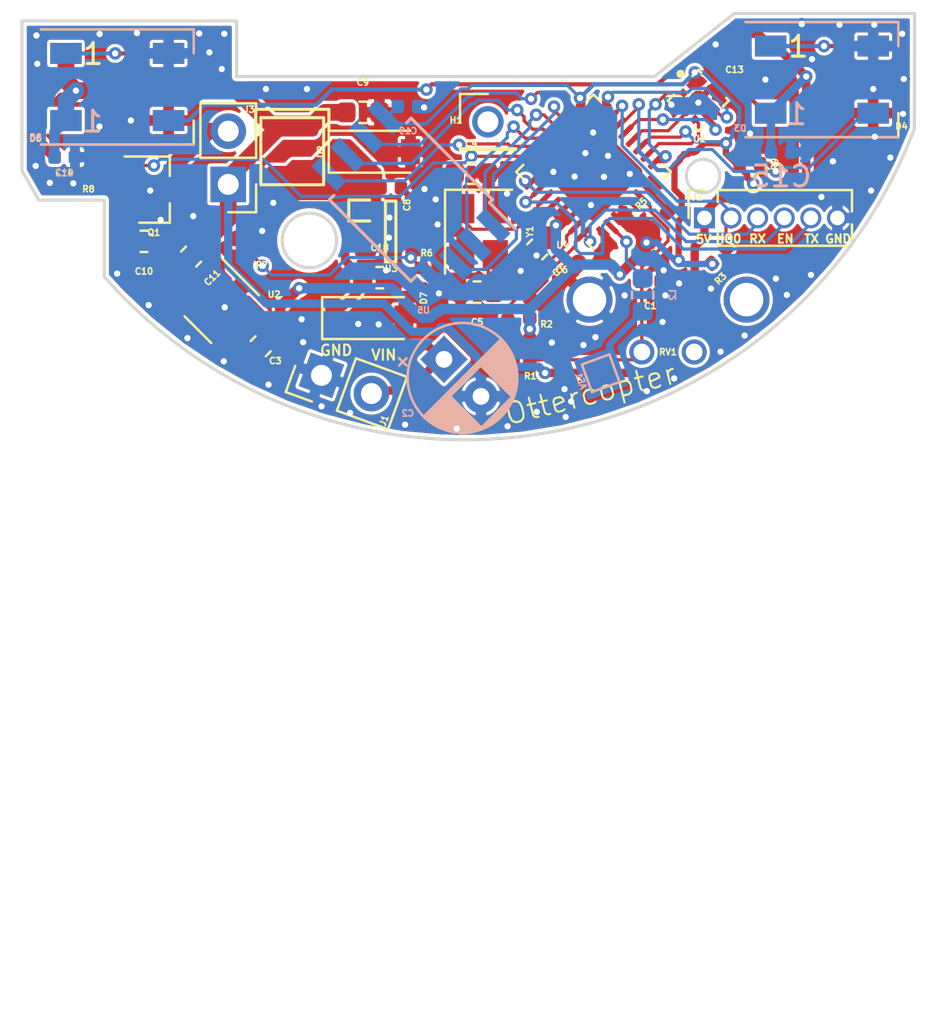
<source format=kicad_pcb>
(kicad_pcb (version 20171130) (host pcbnew 5.0.1-33cea8e~68~ubuntu18.04.1)
  (layers (0 F.Cu signal) (31 B.Cu signal hide) (34 B.Paste user hide) (35 F.Paste user hide) (36 B.SilkS user hide) (37 F.SilkS user hide) (38 B.Mask user hide) (39 F.Mask user hide) (44 Edge.Cuts user))
  (net 0 "")
  (net 1 GNDD)
  (net 2 "Net-(C8-Pad2)")
  (net 3 "Net-(R6-Pad1)")
  (net 4 "Net-(U3-Pad3)")
  (net 5 VPP)
  (net 6 "Net-(C8-Pad1)")
  (net 7 +5V)
  (net 8 "Net-(C4-Pad1)")
  (net 9 "Net-(C5-Pad1)")
  (net 10 WS2812)
  (net 11 +3V3)
  (net 12 PWM)
  (net 13 "Net-(R5-Pad2)")
  (net 14 "Net-(R4-Pad2)")
  (net 15 GPIO0)
  (net 16 ADC)
  (net 17 "Net-(U2-Pad4)")
  (net 18 "Net-(J3-Pad2)")
  (net 19 "Net-(U4-Pad20)")
  (net 20 "Net-(U4-Pad22)")
  (net 21 "Net-(U4-Pad19)")
  (net 22 "Net-(U4-Pad23)")
  (net 23 "Net-(U4-Pad21)")
  (net 24 "Net-(U4-Pad18)")
  (net 25 "Net-(U4-Pad8)")
  (net 26 CLK)
  (net 27 MISO)
  (net 28 MOSI)
  (net 29 CS)
  (net 30 INT)
  (net 31 RXD)
  (net 32 TXD)
  (net 33 "Net-(D3-Pad2)")
  (net 34 "Net-(D4-Pad2)")
  (net 35 "Net-(D5-Pad2)")
  (net 36 "Net-(D6-Pad2)")
  (net 37 "Net-(J2-Pad4)")
  (net 38 "Net-(AE1-Pad1)")
  (net 39 "Net-(U4-Pad5)")
  (net 40 "Net-(L2-Pad2)")
  (module BMP388:PQFN50P200X200X80-10N (layer F.Cu) (at 102.35 108.8 315)
    (fp_text reference U1 (at 1.325825 1.255115) (layer F.SilkS) (effects (font (size 0.3 0.3) (thickness 0.075))))
    (fp_text value BMP388 hide)
    (pad 1 smd rect (at -0.765 -0.25 45) (size 0.3 0.35) (layers F.Cu F.Paste F.Mask) (net 11 +3V3))
    (pad 2 smd rect (at -0.765 0.25 45) (size 0.3 0.35) (layers F.Cu F.Paste F.Mask) (net 26 CLK))
    (pad 3 smd rect (at -0.5 0.765 45) (size 0.38 0.3) (layers F.Cu F.Paste F.Mask) (net 1 GNDD))
    (pad 4 smd rect (at 0 0.765 45) (size 0.38 0.3) (layers F.Cu F.Paste F.Mask) (net 28 MOSI))
    (pad 5 smd rect (at 0.5 0.765 45) (size 0.38 0.3) (layers F.Cu F.Paste F.Mask) (net 27 MISO))
    (pad 6 smd rect (at 0.765 0.25 45) (size 0.3 0.35) (layers F.Cu F.Paste F.Mask) (net 29 CS))
    (pad 7 smd rect (at 0.765 -0.25 45) (size 0.3 0.35) (layers F.Cu F.Paste F.Mask) (net 30 INT))
    (pad 8 smd rect (at 0.5 -0.765 45) (size 0.38 0.3) (layers F.Cu F.Paste F.Mask) (net 1 GNDD))
    (pad 9 smd rect (at 0 -0.765 45) (size 0.38 0.3) (layers F.Cu F.Paste F.Mask) (net 1 GNDD))
    (pad 10 smd rect (at -0.5 -0.765 45) (size 0.38 0.3) (layers F.Cu F.Paste F.Mask) (net 11 +3V3))
  )
  (module Resistor_SMD:R_0402_1005Metric (layer F.Cu) (at 100.45 114.55 45)
    (fp_text reference R5 (at 0 -1.17 45) (layer F.SilkS) (effects (font (size 0.3 0.3) (thickness 0.075))))
    (fp_text value 12k)
    (pad 1 smd roundrect (at -0.485 0 45) (size 0.59 0.64) (layers F.Cu F.Paste F.Mask) (net 11 +3V3))
    (pad 2 smd roundrect (at 0.6 0 45) (size 0.59 0.64) (layers F.Cu F.Paste F.Mask) (net 13 "Net-(R5-Pad2)"))
  )
  (module Capacitor_SMD:C_0402_1005Metric (layer B.Cu) (at 106.3 111.25)
    (fp_text reference C15 (at 0 1.17) (layer B.SilkS) (effects (justify mirror)))
    (fp_text value 10u)
    (pad 1 smd roundrect (at -0.485 0) (size 0.59 0.64) (layers B.Cu B.Paste B.Mask) (net 7 +5V))
    (pad 2 smd roundrect (at 0.485 0) (size 0.59 0.64) (layers B.Cu B.Paste B.Mask) (net 1 GNDD))
  )
  (module Inductor_SMD:L_0603_1608Metric (layer B.Cu) (at 99.68992 118.07444 90)
    (fp_text reference L2 (at 0 1.43 90) (layer B.SilkS) (effects (font (size 0.3 0.3) (thickness 0.075)) (justify mirror)))
    (fp_text value L_Small)
    (pad 1 smd roundrect (at -0.7875 0 90) (size 0.875 0.95) (layers B.Cu B.Paste B.Mask) (net 38 "Net-(AE1-Pad1)"))
    (pad 2 smd roundrect (at 0.7875 0 90) (size 0.875 0.95) (layers B.Cu B.Paste B.Mask) (net 40 "Net-(L2-Pad2)"))
  )
  (module Capacitor_SMD:C_0402_1005Metric (layer B.Cu) (at 88.48344 109.07776)
    (fp_text reference C19 (at 0 1.17) (layer B.SilkS) (effects (font (size 0.3 0.3) (thickness 0.075)) (justify mirror)))
    (fp_text value 0.1µ)
    (pad 1 smd roundrect (at -0.485 0) (size 0.59 0.64) (layers B.Cu B.Paste B.Mask) (net 11 +3V3))
    (pad 2 smd roundrect (at 0.485 0) (size 0.59 0.64) (layers B.Cu B.Paste B.Mask) (net 1 GNDD))
  )
  (module Capacitor_SMD:C_0603_1608Metric (layer F.Cu) (at 78.12532 116.24564 225)
    (fp_text reference C11 (at 0 -1.43 225) (layer F.SilkS) (effects (font (size 0.3 0.3) (thickness 0.075))))
    (fp_text value 0.1µ)
    (pad 2 smd roundrect (at 0.787501 0 225) (size 0.875 0.95) (layers F.Cu F.Paste F.Mask) (net 1 GNDD))
    (pad 1 smd roundrect (at -0.787501 0 225) (size 0.875 0.95) (layers F.Cu F.Paste F.Mask) (net 7 +5V))
  )
  (module Capacitor_SMD:C_0603_1608Metric (layer F.Cu) (at 75.87488 115.5192 180)
    (fp_text reference C10 (at 0 -1.43 180) (layer F.SilkS) (effects (font (size 0.3 0.3) (thickness 0.075))))
    (fp_text value 0.1µ)
    (pad 1 smd roundrect (at -0.7875 0 180) (size 0.875 0.95) (layers F.Cu F.Paste F.Mask) (net 7 +5V))
    (pad 2 smd roundrect (at 0.7875 0 180) (size 0.875 0.95) (layers F.Cu F.Paste F.Mask) (net 1 GNDD))
  )
  (module Crystal:Crystal_SMD_SeikoEpson_FA238-4Pin_3.2x2.5mm (layer F.Cu) (at 91.85148 115.05692 270)
    (fp_text reference Y1 (at 0 -2.45 270) (layer F.SilkS) (effects (font (size 0.3 0.3) (thickness 0.075))))
    (fp_text value Crystal_GND24)
    (pad 1 smd rect (at -1.1 0.8 270) (size 1.4 1.2) (layers F.Cu F.Paste F.Mask) (net 8 "Net-(C4-Pad1)"))
    (pad 2 smd rect (at 1.1 0.8 270) (size 1.4 1.2) (layers F.Cu F.Paste F.Mask) (net 1 GNDD))
    (pad 3 smd rect (at 1.1 -0.8 270) (size 1.4 1.2) (layers F.Cu F.Paste F.Mask) (net 9 "Net-(C5-Pad1)"))
    (pad 4 smd rect (at -1.1 -0.8 270) (size 1.4 1.2) (layers F.Cu F.Paste F.Mask) (net 1 GNDD))
  )
  (module Capacitor_SMD:C_0603_1608Metric (layer F.Cu) (at 87.13216 117.25148)
    (fp_text reference C18 (at 0 -1.43) (layer F.SilkS) (effects (font (size 0.3 0.3) (thickness 0.075))))
    (fp_text value 1u)
    (pad 2 smd roundrect (at 0.7875 0) (size 0.875 0.95) (layers F.Cu F.Paste F.Mask) (net 1 GNDD))
    (pad 1 smd roundrect (at -0.7875 0) (size 0.875 0.95) (layers F.Cu F.Paste F.Mask) (net 5 VPP))
  )
  (module Capacitor_SMD:C_0603_1608Metric (layer F.Cu) (at 91.5035 112.268)
    (fp_text reference C4 (at 0 -1.43) (layer F.SilkS) (effects (font (size 0.3 0.3) (thickness 0.075))))
    (fp_text value 10p)
    (pad 2 smd roundrect (at 0.7875 0) (size 0.875 0.95) (layers F.Cu F.Paste F.Mask) (net 1 GNDD))
    (pad 1 smd roundrect (at -0.7875 0) (size 0.875 0.95) (layers F.Cu F.Paste F.Mask) (net 8 "Net-(C4-Pad1)"))
  )
  (module Capacitor_SMD:C_0603_1608Metric (layer F.Cu) (at 91.78544 117.94236 180)
    (fp_text reference C5 (at 0 -1.43 180) (layer F.SilkS) (effects (font (size 0.3 0.3) (thickness 0.075))))
    (fp_text value 10p)
    (pad 1 smd roundrect (at -0.7875 0 180) (size 0.875 0.95) (layers F.Cu F.Paste F.Mask) (net 9 "Net-(C5-Pad1)"))
    (pad 2 smd roundrect (at 0.7875 0 180) (size 0.875 0.95) (layers F.Cu F.Paste F.Mask) (net 1 GNDD))
  )
  (module Capacitor_SMD:C_0603_1608Metric (layer F.Cu) (at 94.65056 115.90528 225)
    (fp_text reference C7 (at 0 -1.43 225) (layer F.SilkS) (effects (font (size 0.3 0.3) (thickness 0.075))))
    (fp_text value 10u)
    (pad 2 smd roundrect (at 0.787501 0 225) (size 0.875 0.95) (layers F.Cu F.Paste F.Mask) (net 1 GNDD))
    (pad 1 smd roundrect (at -0.787501 0 225) (size 0.875 0.95) (layers F.Cu F.Paste F.Mask) (net 11 +3V3))
  )
  (module Capacitor_SMD:C_0603_1608Metric (layer F.Cu) (at 86.32952 109.36224)
    (fp_text reference C9 (at 0 -1.43) (layer F.SilkS) (effects (font (size 0.3 0.3) (thickness 0.075))))
    (fp_text value 10u)
    (pad 1 smd roundrect (at -0.7875 0) (size 0.875 0.95) (layers F.Cu F.Paste F.Mask) (net 7 +5V))
    (pad 2 smd roundrect (at 0.7875 0) (size 0.875 0.95) (layers F.Cu F.Paste F.Mask) (net 1 GNDD))
  )
  (module TestPoint:TestPoint_Pad_1.0x1.0mm (layer B.Cu) (at 97.68332 121.81332 20)
    (fp_text reference AE1 (at -1.007627 0.017678 -250) (layer B.SilkS) (effects (font (size 0.3 0.3) (thickness 0.075)) (justify mirror)))
    (fp_text value Antenna)
    (pad 1 smd rect (at 0 0 20) (size 2 2) (layers B.Cu B.Mask) (net 38 "Net-(AE1-Pad1)"))
  )
  (module Capacitor_SMD:C_0402_1005Metric (layer F.Cu) (at 100.06076 117.42928 180)
    (fp_text reference C1 (at 0 -1.17 180) (layer F.SilkS) (effects (font (size 0.3 0.3) (thickness 0.075))))
    (fp_text value 10p)
    (pad 1 smd roundrect (at -0.485 0 180) (size 0.59 0.64) (layers F.Cu F.Paste F.Mask) (net 1 GNDD))
    (pad 2 smd roundrect (at 0.485 0 180) (size 0.59 0.64) (layers F.Cu F.Paste F.Mask) (net 16 ADC))
  )
  (module Capacitor_THT:CP_Radial_D5.0mm_P2.50mm (layer B.Cu) (at 90.2 121.15 315)
    (fp_text reference C2 (at 0.601041 3.040559) (layer B.SilkS) (effects (font (size 0.3 0.3) (thickness 0.075)) (justify mirror)))
    (fp_text value 10µ)
    (pad 1 thru_hole rect (at 0 0 315) (size 1.6 1.6) (drill 0.8) (layers *.Cu *.Mask) (net 5 VPP))
    (pad 2 thru_hole circle (at 2.5 0 315) (size 1.6 1.6) (drill 0.8) (layers *.Cu *.Mask) (net 1 GNDD))
  )
  (module Connector_PinHeader_2.54mm:PinHeader_1x01_P2.54mm_Vertical (layer F.Cu) (at 92.29852 109.81436)
    (fp_text reference H1 (at -1.525 -0.075) (layer F.SilkS) (effects (font (size 0.3 0.3) (thickness 0.075))))
    (fp_text value MountingHole)
    (pad 1 thru_hole circle (at 0 0) (size 1.5 1.5) (drill 1) (layers *.Cu *.Mask))
  )
  (module otter:RS20H11AA015 (layer F.Cu) (at 100.9 120.8)
    (fp_text reference RV1 (at 0 0) (layer F.SilkS) (effects (font (size 0.3 0.3) (thickness 0.075))))
    (fp_text value R_POT)
    (pad 1 thru_hole circle (at -3.75 -2.5) (size 2.2 2.2) (drill 1.6) (layers *.Cu *.Mask) (net 1 GNDD))
    (pad 2 thru_hole circle (at -1.25 0) (size 1.2 1.2) (drill 0.8) (layers *.Cu *.Mask) (net 16 ADC))
    (pad L thru_hole circle (at 1.25 0) (size 1.2 1.2) (drill 0.8) (layers *.Cu *.Mask))
    (pad L thru_hole circle (at 3.75 -2.5) (size 2.2 2.2) (drill 1.6) (layers *.Cu *.Mask))
  )
  (module Connector_PinHeader_2.54mm:PinHeader_1x02_P2.54mm_Vertical (layer F.Cu) (at 79.9 112.8 180)
    (fp_text reference J3 (at -1 3.575 180) (layer F.SilkS) (effects (font (size 0.3 0.3) (thickness 0.075))))
    (fp_text value Motor)
    (pad 2 thru_hole oval (at 0 2.54 180) (size 1.7 1.7) (drill 1) (layers *.Cu *.Mask) (net 18 "Net-(J3-Pad2)"))
    (pad 1 thru_hole rect (at 0 0 180) (size 1.7 1.7) (drill 1) (layers *.Cu *.Mask) (net 7 +5V))
  )
  (module Connector_PinHeader_2.54mm:PinHeader_1x02_P2.54mm_Vertical (layer F.Cu) (at 84.349101 121.914869 70)
    (fp_text reference J1 (at -1 3.55 70) (layer F.SilkS) (effects (font (size 0.3 0.3) (thickness 0.075))))
    (fp_text value IN)
    (pad 1 thru_hole rect (at 0 0 70) (size 1.7 1.7) (drill 1) (layers *.Cu *.Mask) (net 1 GNDD))
    (pad 2 thru_hole oval (at 0 2.54 70) (size 1.7 1.7) (drill 1) (layers *.Cu *.Mask) (net 5 VPP))
  )
  (module Diode_SMD:D_SOD-123 (layer F.Cu) (at 86.63432 119.18188)
    (fp_text reference D7 (at 2.6 -0.95 -270) (layer F.SilkS) (effects (font (size 0.3 0.3) (thickness 0.075))))
    (fp_text value D_Small)
    (pad 1 smd rect (at -1.65 0) (size 0.9 1.2) (layers F.Cu F.Paste F.Mask) (net 5 VPP))
    (pad 2 smd rect (at 1.65 0) (size 0.9 1.2) (layers F.Cu F.Paste F.Mask) (net 1 GNDD))
  )
  (module Diode_SMD:D_SOD-123 (layer F.Cu) (at 86.94928 111.24184)
    (fp_text reference D2 (at -2.625 0 90) (layer F.SilkS) (effects (font (size 0.3 0.3) (thickness 0.075))))
    (fp_text value D_Small)
    (pad 2 smd rect (at 1.65 0) (size 0.9 1.2) (layers F.Cu F.Paste F.Mask) (net 1 GNDD))
    (pad 1 smd rect (at -1.65 0) (size 0.9 1.2) (layers F.Cu F.Paste F.Mask) (net 6 "Net-(C8-Pad1)"))
  )
  (module Capacitor_SMD:C_0402_1005Metric (layer F.Cu) (at 72.1 111.5)
    (fp_text reference C14 (at -0.025 0.75) (layer F.SilkS) (effects (font (size 0.3 0.3) (thickness 0.075))))
    (fp_text value 0.1µ)
    (pad 1 smd roundrect (at -0.485 0) (size 0.59 0.64) (layers F.Cu F.Paste F.Mask) (net 7 +5V))
    (pad 2 smd roundrect (at 0.485 0) (size 0.59 0.64) (layers F.Cu F.Paste F.Mask) (net 1 GNDD))
  )
  (module Capacitor_SMD:C_0402_1005Metric (layer B.Cu) (at 72.085 111.5)
    (fp_text reference C12 (at 0 0.75) (layer B.SilkS) (effects (font (size 0.3 0.3) (thickness 0.075)) (justify mirror)))
    (fp_text value 0.1µ)
    (pad 2 smd roundrect (at 0.485 0) (size 0.59 0.64) (layers B.Cu B.Paste B.Mask) (net 1 GNDD))
    (pad 1 smd roundrect (at -0.485 0) (size 0.59 0.64) (layers B.Cu B.Paste B.Mask) (net 7 +5V))
  )
  (module Capacitor_SMD:C_0402_1005Metric (layer F.Cu) (at 87.66048 112.95888)
    (fp_text reference C8 (at 0.775 0.825 -270) (layer F.SilkS) (effects (font (size 0.3 0.3) (thickness 0.075))))
    (fp_text value 22n)
    (pad 2 smd roundrect (at 0.485 0) (size 0.59 0.64) (layers F.Cu F.Paste F.Mask) (net 2 "Net-(C8-Pad2)"))
    (pad 1 smd roundrect (at -0.485 0) (size 0.59 0.64) (layers F.Cu F.Paste F.Mask) (net 6 "Net-(C8-Pad1)"))
  )
  (module Capacitor_SMD:C_0402_1005Metric (layer F.Cu) (at 97.1 116.55 180)
    (fp_text reference C6 (at 1.275 -0.325 180) (layer F.SilkS) (effects (font (size 0.3 0.3) (thickness 0.075))))
    (fp_text value 0.1µ)
    (pad 2 smd roundrect (at 0.485 0 180) (size 0.59 0.64) (layers F.Cu F.Paste F.Mask) (net 1 GNDD))
    (pad 1 smd roundrect (at -0.485 0 180) (size 0.59 0.64) (layers F.Cu F.Paste F.Mask) (net 11 +3V3))
  )
  (module Capacitor_SMD:C_0402_1005Metric (layer F.Cu) (at 104.1 106.1 270)
    (fp_text reference C13 (at 1.225 0.025) (layer F.SilkS) (effects (font (size 0.3 0.3) (thickness 0.075))))
    (fp_text value 0.1µ)
    (pad 1 smd roundrect (at -0.485 0 270) (size 0.59 0.64) (layers F.Cu F.Paste F.Mask) (net 7 +5V))
    (pad 2 smd roundrect (at 0.485 0 270) (size 0.59 0.64) (layers F.Cu F.Paste F.Mask) (net 1 GNDD))
  )
  (module Capacitor_SMD:C_0603_1608Metric (layer F.Cu) (at 81.44764 120.522999 225)
    (fp_text reference C3 (at 0 -0.989949) (layer F.SilkS) (effects (font (size 0.3 0.3) (thickness 0.075))))
    (fp_text value 0.1µ)
    (pad 1 smd roundrect (at -0.787501 0 225) (size 0.875 0.95) (layers F.Cu F.Paste F.Mask) (net 11 +3V3))
    (pad 2 smd roundrect (at 0.787501 0 225) (size 0.875 0.95) (layers F.Cu F.Paste F.Mask) (net 1 GNDD))
  )
  (module Connector_PinSocket_1.27mm:PinSocket_1x06_P1.27mm_Vertical (layer F.Cu) (at 102.64 114.4 90)
    (fp_text reference J2 (at 1 -0.34 180) (layer F.SilkS) (effects (font (size 0.3 0.3) (thickness 0.075))))
    (fp_text value Conn_01x06)
    (pad 1 thru_hole rect (at 0 0 90) (size 1 1) (drill 0.7) (layers *.Cu *.Mask) (net 7 +5V))
    (pad 2 thru_hole oval (at 0 1.27 90) (size 1 1) (drill 0.7) (layers *.Cu *.Mask) (net 15 GPIO0))
    (pad 3 thru_hole oval (at 0 2.54 90) (size 1 1) (drill 0.7) (layers *.Cu *.Mask) (net 31 RXD))
    (pad 4 thru_hole oval (at 0 3.81 90) (size 1 1) (drill 0.7) (layers *.Cu *.Mask) (net 37 "Net-(J2-Pad4)"))
    (pad 5 thru_hole oval (at 0 5.08 90) (size 1 1) (drill 0.7) (layers *.Cu *.Mask) (net 32 TXD))
    (pad 6 thru_hole oval (at 0 6.35 90) (size 1 1) (drill 0.7) (layers *.Cu *.Mask) (net 1 GNDD))
  )
  (module LED_SMD:LED_WS2812B_PLCC4_5.0x5.0mm_P3.2mm (layer F.Cu) (at 74.6 108.14993)
    (fp_text reference D6 (at -3.9 2.45007) (layer F.SilkS) (effects (font (size 0.3 0.3) (thickness 0.075))))
    (fp_text value WS2812B)
    (fp_text user 1 (at -1.15 -1.57493) (layer F.SilkS))
    (pad 3 smd rect (at 2.45 1.6) (size 1.5 1) (layers F.Cu F.Paste F.Mask) (net 1 GNDD))
    (pad 4 smd rect (at 2.45 -1.6) (size 1.5 1) (layers F.Cu F.Paste F.Mask) (net 35 "Net-(D5-Pad2)"))
    (pad 2 smd rect (at -2.45 1.6) (size 1.5 1) (layers F.Cu F.Paste F.Mask) (net 36 "Net-(D6-Pad2)"))
    (pad 1 smd rect (at -2.45 -1.6) (size 1.5 1) (layers F.Cu F.Paste F.Mask) (net 7 +5V))
  )
  (module LED_SMD:LED_WS2812B_PLCC4_5.0x5.0mm_P3.2mm (layer B.Cu) (at 74.6 108.14993)
    (fp_text reference D5 (at -3.9 2.40007) (layer B.SilkS) (effects (font (size 0.3 0.3) (thickness 0.075)) (justify mirror)))
    (fp_text value WS2812B)
    (fp_text user 1 (at -1.175 1.65007) (layer B.SilkS) (effects (justify mirror)))
    (pad 1 smd rect (at -2.45 1.6) (size 1.5 1) (layers B.Cu B.Paste B.Mask) (net 7 +5V))
    (pad 2 smd rect (at -2.45 -1.6) (size 1.5 1) (layers B.Cu B.Paste B.Mask) (net 35 "Net-(D5-Pad2)"))
    (pad 4 smd rect (at 2.45 1.6) (size 1.5 1) (layers B.Cu B.Paste B.Mask) (net 34 "Net-(D4-Pad2)"))
    (pad 3 smd rect (at 2.45 -1.6) (size 1.5 1) (layers B.Cu B.Paste B.Mask) (net 1 GNDD))
  )
  (module LED_SMD:LED_WS2812B_PLCC4_5.0x5.0mm_P3.2mm (layer F.Cu) (at 108.25 107.8)
    (fp_text reference D4 (at 3.8 2.225) (layer F.SilkS) (effects (font (size 0.3 0.3) (thickness 0.075))))
    (fp_text value WS2812B)
    (fp_text user 1 (at -1.125 -1.575) (layer F.SilkS))
    (pad 3 smd rect (at 2.45 1.6) (size 1.5 1) (layers F.Cu F.Paste F.Mask) (net 1 GNDD))
    (pad 4 smd rect (at 2.45 -1.6) (size 1.5 1) (layers F.Cu F.Paste F.Mask) (net 33 "Net-(D3-Pad2)"))
    (pad 2 smd rect (at -2.45 1.6) (size 1.5 1) (layers F.Cu F.Paste F.Mask) (net 34 "Net-(D4-Pad2)"))
    (pad 1 smd rect (at -2.45 -1.6) (size 1.5 1) (layers F.Cu F.Paste F.Mask) (net 7 +5V))
  )
  (module LED_SMD:LED_WS2812B_PLCC4_5.0x5.0mm_P3.2mm (layer B.Cu) (at 108.25 107.8)
    (fp_text reference D3 (at -3.9 2.325) (layer B.SilkS) (effects (font (size 0.3 0.3) (thickness 0.075)) (justify mirror)))
    (fp_text value WS2812B)
    (fp_text user 1 (at -1.2 1.65) (layer B.SilkS) (effects (justify mirror)))
    (pad 1 smd rect (at -2.45 1.6) (size 1.5 1) (layers B.Cu B.Paste B.Mask) (net 7 +5V))
    (pad 2 smd rect (at -2.45 -1.6) (size 1.5 1) (layers B.Cu B.Paste B.Mask) (net 33 "Net-(D3-Pad2)"))
    (pad 4 smd rect (at 2.45 1.6) (size 1.5 1) (layers B.Cu B.Paste B.Mask) (net 10 WS2812))
    (pad 3 smd rect (at 2.45 -1.6) (size 1.5 1) (layers B.Cu B.Paste B.Mask) (net 1 GNDD))
  )
  (module Package_DFN_QFN:QFN-32-1EP_5x5mm_P0.5mm_EP3.45x3.45mm (layer F.Cu) (at 97.342462 112.203984 135)
    (fp_text reference U4 (at -1.434404 -3.509709 180) (layer F.SilkS) (effects (font (size 0.3 0.3) (thickness 0.075))))
    (fp_text value ESP8266EX)
    (pad 33 smd roundrect (at 0 0 135) (size 3.45 3.45) (layers F.Cu F.Mask) (roundrect_rratio 0.072464) (net 1 GNDD))
    (pad 1 smd roundrect (at -2.4375 -1.75 135) (size 0.875 0.25) (layers F.Cu F.Paste F.Mask) (net 11 +3V3))
    (pad 2 smd roundrect (at -2.4375 -1.25 135) (size 0.875 0.25) (layers F.Cu F.Paste F.Mask) (net 40 "Net-(L2-Pad2)"))
    (pad 3 smd roundrect (at -2.4375 -0.75 135) (size 0.875 0.25) (layers F.Cu F.Paste F.Mask) (net 11 +3V3))
    (pad 4 smd roundrect (at -2.4375 -0.25 135) (size 0.875 0.25) (layers F.Cu F.Paste F.Mask) (net 11 +3V3))
    (pad 5 smd roundrect (at -2.4375 0.25 135) (size 0.875 0.25) (layers F.Cu F.Paste F.Mask) (net 39 "Net-(U4-Pad5)"))
    (pad 6 smd roundrect (at -2.4375 0.75 135) (size 0.875 0.25) (layers F.Cu F.Paste F.Mask) (net 16 ADC))
    (pad 7 smd roundrect (at -2.4375 1.25 135) (size 0.875 0.25) (layers F.Cu F.Paste F.Mask) (net 13 "Net-(R5-Pad2)"))
    (pad 8 smd roundrect (at -2.4375 1.75 135) (size 0.875 0.25) (layers F.Cu F.Paste F.Mask) (net 25 "Net-(U4-Pad8)"))
    (pad 9 smd roundrect (at -1.75 2.4375 135) (size 0.25 0.875) (layers F.Cu F.Paste F.Mask) (net 26 CLK))
    (pad 10 smd roundrect (at -1.25 2.4375 135) (size 0.25 0.875) (layers F.Cu F.Paste F.Mask) (net 27 MISO))
    (pad 11 smd roundrect (at -0.75 2.4375 135) (size 0.25 0.875) (layers F.Cu F.Paste F.Mask) (net 11 +3V3))
    (pad 12 smd roundrect (at -0.25 2.4375 135) (size 0.25 0.875) (layers F.Cu F.Paste F.Mask) (net 28 MOSI))
    (pad 13 smd roundrect (at 0.25 2.4375 135) (size 0.25 0.875) (layers F.Cu F.Paste F.Mask) (net 29 CS))
    (pad 14 smd roundrect (at 0.75 2.4375 135) (size 0.25 0.875) (layers F.Cu F.Paste F.Mask) (net 10 WS2812))
    (pad 15 smd roundrect (at 1.25 2.4375 135) (size 0.25 0.875) (layers F.Cu F.Paste F.Mask) (net 15 GPIO0))
    (pad 16 smd roundrect (at 1.75 2.4375 135) (size 0.25 0.875) (layers F.Cu F.Paste F.Mask) (net 30 INT))
    (pad 17 smd roundrect (at 2.4375 1.75 135) (size 0.875 0.25) (layers F.Cu F.Paste F.Mask) (net 11 +3V3))
    (pad 18 smd roundrect (at 2.4375 1.25 135) (size 0.875 0.25) (layers F.Cu F.Paste F.Mask) (net 24 "Net-(U4-Pad18)"))
    (pad 19 smd roundrect (at 2.4375 0.75 135) (size 0.875 0.25) (layers F.Cu F.Paste F.Mask) (net 21 "Net-(U4-Pad19)"))
    (pad 20 smd roundrect (at 2.4375 0.25 135) (size 0.875 0.25) (layers F.Cu F.Paste F.Mask) (net 19 "Net-(U4-Pad20)"))
    (pad 21 smd roundrect (at 2.4375 -0.25 135) (size 0.875 0.25) (layers F.Cu F.Paste F.Mask) (net 23 "Net-(U4-Pad21)"))
    (pad 22 smd roundrect (at 2.4375 -0.75 135) (size 0.875 0.25) (layers F.Cu F.Paste F.Mask) (net 20 "Net-(U4-Pad22)"))
    (pad 23 smd roundrect (at 2.4375 -1.25 135) (size 0.875 0.25) (layers F.Cu F.Paste F.Mask) (net 22 "Net-(U4-Pad23)"))
    (pad 24 smd roundrect (at 2.4375 -1.75 135) (size 0.875 0.25) (layers F.Cu F.Paste F.Mask) (net 12 PWM))
    (pad 25 smd roundrect (at 1.75 -2.4375 135) (size 0.25 0.875) (layers F.Cu F.Paste F.Mask) (net 31 RXD))
    (pad 26 smd roundrect (at 1.25 -2.4375 135) (size 0.25 0.875) (layers F.Cu F.Paste F.Mask) (net 32 TXD))
    (pad 27 smd roundrect (at 0.75 -2.4375 135) (size 0.25 0.875) (layers F.Cu F.Paste F.Mask) (net 8 "Net-(C4-Pad1)"))
    (pad 28 smd roundrect (at 0.25 -2.4375 135) (size 0.25 0.875) (layers F.Cu F.Paste F.Mask) (net 9 "Net-(C5-Pad1)"))
    (pad 29 smd roundrect (at -0.25 -2.4375 135) (size 0.25 0.875) (layers F.Cu F.Paste F.Mask) (net 11 +3V3))
    (pad 30 smd roundrect (at -0.75 -2.4375 135) (size 0.25 0.875) (layers F.Cu F.Paste F.Mask) (net 11 +3V3))
    (pad 31 smd roundrect (at -1.25 -2.4375 135) (size 0.25 0.875) (layers F.Cu F.Paste F.Mask) (net 14 "Net-(R4-Pad2)"))
    (pad 32 smd roundrect (at -1.75 -2.4375 135) (size 0.25 0.875) (layers F.Cu F.Paste F.Mask) (net 37 "Net-(J2-Pad4)"))
  )
  (module Package_SO:SOIJ-8_5.3x5.3mm_P1.27mm (layer B.Cu) (at 88.62568 113.53292 135)
    (fp_text reference U5 (at -4.154252 -3.305724 180) (layer B.SilkS) (effects (font (size 0.3 0.3) (thickness 0.075)) (justify mirror)))
    (fp_text value 25LCxxx)
    (pad 1 smd rect (at -3.65 1.905 135) (size 1.7 0.65) (layers B.Cu B.Paste B.Mask) (net 19 "Net-(U4-Pad20)"))
    (pad 2 smd rect (at -3.65 0.635 135) (size 1.7 0.65) (layers B.Cu B.Paste B.Mask) (net 20 "Net-(U4-Pad22)"))
    (pad 3 smd rect (at -3.65 -0.635 135) (size 1.7 0.65) (layers B.Cu B.Paste B.Mask) (net 21 "Net-(U4-Pad19)"))
    (pad 4 smd rect (at -3.65 -1.905 135) (size 1.7 0.65) (layers B.Cu B.Paste B.Mask) (net 1 GNDD))
    (pad 5 smd rect (at 3.65 -1.905 135) (size 1.7 0.65) (layers B.Cu B.Paste B.Mask) (net 22 "Net-(U4-Pad23)"))
    (pad 6 smd rect (at 3.65 -0.635 135) (size 1.7 0.65) (layers B.Cu B.Paste B.Mask) (net 23 "Net-(U4-Pad21)"))
    (pad 7 smd rect (at 3.65 0.635 135) (size 1.7 0.65) (layers B.Cu B.Paste B.Mask) (net 24 "Net-(U4-Pad18)"))
    (pad 8 smd rect (at 3.65 1.905 135) (size 1.7 0.65) (layers B.Cu B.Paste B.Mask) (net 11 +3V3))
  )
  (module Package_TO_SOT_SMD:SOT-23 (layer F.Cu) (at 76.35 113.05)
    (fp_text reference Q1 (at 0 2.05) (layer F.SilkS) (effects (font (size 0.3 0.3) (thickness 0.075))))
    (fp_text value 2N7002)
    (pad 1 smd rect (at -1 -0.95) (size 0.9 0.8) (layers F.Cu F.Paste F.Mask) (net 12 PWM))
    (pad 2 smd rect (at -1 0.95) (size 0.9 0.8) (layers F.Cu F.Paste F.Mask) (net 1 GNDD))
    (pad 3 smd rect (at 1 0) (size 0.9 0.8) (layers F.Cu F.Paste F.Mask) (net 18 "Net-(J3-Pad2)"))
  )
  (module Package_TO_SOT_SMD:SOT-23-5 (layer F.Cu) (at 79.588631 118.596014 315)
    (fp_text reference U2 (at 1.382843 -2.152082) (layer F.SilkS) (effects (font (size 0.3 0.3) (thickness 0.075))))
    (fp_text value MIC5504-3.3YM5)
    (pad 1 smd rect (at -1.1 -0.95 315) (size 1.06 0.65) (layers F.Cu F.Paste F.Mask) (net 7 +5V))
    (pad 2 smd rect (at -1.099999 0 315) (size 1.06 0.65) (layers F.Cu F.Paste F.Mask) (net 1 GNDD))
    (pad 3 smd rect (at -1.1 0.95 315) (size 1.06 0.65) (layers F.Cu F.Paste F.Mask) (net 7 +5V))
    (pad 4 smd rect (at 1.1 0.95 315) (size 1.06 0.65) (layers F.Cu F.Paste F.Mask) (net 17 "Net-(U2-Pad4)"))
    (pad 5 smd rect (at 1.1 -0.95 315) (size 1.06 0.65) (layers F.Cu F.Paste F.Mask) (net 11 +3V3))
  )
  (module Resistor_SMD:R_0402_1005Metric (layer F.Cu) (at 94.3 120.7 270)
    (fp_text reference R1 (at 1.25 -0.025) (layer F.SilkS) (effects (font (size 0.3 0.3) (thickness 0.075))))
    (fp_text value 12k)
    (pad 1 smd roundrect (at -0.485 0 270) (size 0.59 0.64) (layers F.Cu F.Paste F.Mask) (net 11 +3V3))
    (pad 2 smd roundrect (at 0.485 0 270) (size 0.59 0.64) (layers F.Cu F.Paste F.Mask) (net 16 ADC))
  )
  (module Resistor_SMD:R_0402_1005Metric (layer F.Cu) (at 94.3 118.7 90)
    (fp_text reference R2 (at -0.775 0.8 180) (layer F.SilkS) (effects (font (size 0.3 0.3) (thickness 0.075))))
    (fp_text value 12k)
    (pad 2 smd roundrect (at 0.485 0 90) (size 0.59 0.64) (layers F.Cu F.Paste F.Mask) (net 37 "Net-(J2-Pad4)"))
    (pad 1 smd roundrect (at -0.485 0 90) (size 0.59 0.64) (layers F.Cu F.Paste F.Mask) (net 11 +3V3))
  )
  (module Resistor_SMD:R_0402_1005Metric (layer F.Cu) (at 103.325 116.225 45)
    (fp_text reference R3 (at -0.7 0.825 45) (layer F.SilkS) (effects (font (size 0.3 0.3) (thickness 0.075))))
    (fp_text value 12k)
    (pad 1 smd roundrect (at -0.485 0 45) (size 0.59 0.64) (layers F.Cu F.Paste F.Mask) (net 11 +3V3))
    (pad 2 smd roundrect (at 0.485 0 45) (size 0.59 0.64) (layers F.Cu F.Paste F.Mask) (net 15 GPIO0))
  )
  (module Resistor_SMD:R_0402_1005Metric (layer F.Cu) (at 93.25 119.765 90)
    (fp_text reference R4 (at -1.235 -0.25 180) (layer F.SilkS) (effects (font (size 0.3 0.3) (thickness 0.075))))
    (fp_text value 12k)
    (pad 2 smd roundrect (at 0.485 0 90) (size 0.59 0.64) (layers F.Cu F.Paste F.Mask) (net 14 "Net-(R4-Pad2)"))
    (pad 1 smd roundrect (at -0.485 0 90) (size 0.59 0.64) (layers F.Cu F.Paste F.Mask) (net 1 GNDD))
  )
  (module Resistor_SMD:R_0402_1005Metric (layer F.Cu) (at 89.125 117.275 270)
    (fp_text reference R6 (at -1.2 -0.25) (layer F.SilkS) (effects (font (size 0.3 0.3) (thickness 0.075))))
    (fp_text value 12k)
    (pad 2 smd roundrect (at 0.485 0 270) (size 0.59 0.64) (layers F.Cu F.Paste F.Mask) (net 1 GNDD))
    (pad 1 smd roundrect (at -0.485 0 270) (size 0.59 0.64) (layers F.Cu F.Paste F.Mask) (net 3 "Net-(R6-Pad1)"))
  )
  (module Resistor_SMD:R_0402_1005Metric (layer F.Cu) (at 80.55356 115.72748 315)
    (fp_text reference R7 (at 1.325825 -0.017678) (layer F.SilkS) (effects (font (size 0.3 0.3) (thickness 0.075))))
    (fp_text value 51k)
    (pad 1 smd roundrect (at -0.485 0 315) (size 0.59 0.64) (layers F.Cu F.Paste F.Mask) (net 7 +5V))
    (pad 2 smd roundrect (at 0.485 0 315) (size 0.59 0.64) (layers F.Cu F.Paste F.Mask) (net 3 "Net-(R6-Pad1)"))
  )
  (module Resistor_SMD:R_0402_1005Metric (layer F.Cu) (at 74.05 112.25 270)
    (fp_text reference R8 (at 0.775 0.825) (layer F.SilkS) (effects (font (size 0.3 0.3) (thickness 0.075))))
    (fp_text value 12k)
    (pad 2 smd roundrect (at 0.485 0 270) (size 0.59 0.64) (layers F.Cu F.Paste F.Mask) (net 1 GNDD))
    (pad 1 smd roundrect (at -0.485 0 270) (size 0.59 0.64) (layers F.Cu F.Paste F.Mask) (net 12 PWM))
  )
  (module Resistor_SMD:R_0402_1005Metric (layer F.Cu) (at 104.8004 111.8108 180)
    (fp_text reference R9 (at -1.2 -0.025 90) (layer F.SilkS) (effects (font (size 0.3 0.3) (thickness 0.075))))
    (fp_text value 12k)
    (pad 1 smd roundrect (at -0.485 0 180) (size 0.59 0.64) (layers F.Cu F.Paste F.Mask) (net 10 WS2812))
    (pad 2 smd roundrect (at 0.485 0 180) (size 0.59 0.64) (layers F.Cu F.Paste F.Mask) (net 11 +3V3))
  )
  (module stmbl:SMD_INDUCTOR_32x25 (layer F.Cu) (at 82.9564 111.21644 270)
    (fp_text reference L1 hide)
    (fp_text value L)
    (pad 2 smd roundrect (at 1.2 0) (size 2.5 1) (layers F.Cu F.Paste F.Mask) (net 6 "Net-(C8-Pad1)"))
    (pad 1 smd roundrect (at -1.2 0) (size 2.5 1) (layers F.Cu F.Paste F.Mask) (net 7 +5V))
  )
  (module stmbl:SOT-23-6 (layer F.Cu) (at 87.6554 115.04676)
    (fp_text reference U3 (at 0.025 1.775) (layer F.SilkS) (effects (font (size 0.3 0.3) (thickness 0.075))))
    (fp_text value ACT4088)
    (pad 5 smd roundrect (at 1.2 0) (size 1 0.475) (layers F.Cu F.Paste F.Mask) (net 1 GNDD))
    (pad 6 smd roundrect (at 1.2 -0.95) (size 1 0.475) (layers F.Cu F.Paste F.Mask) (net 2 "Net-(C8-Pad2)"))
    (pad 4 smd roundrect (at 1.2 0.95) (size 1 0.475) (layers F.Cu F.Paste F.Mask) (net 3 "Net-(R6-Pad1)"))
    (pad 3 smd roundrect (at -1.2 0.95) (size 1 0.475) (layers F.Cu F.Paste F.Mask) (net 4 "Net-(U3-Pad3)"))
    (pad 2 smd roundrect (at -1.2 0) (size 1 0.475) (layers F.Cu F.Paste F.Mask) (net 5 VPP))
    (pad 1 smd roundrect (at -1.2 -0.95) (size 1 0.475) (layers F.Cu F.Paste F.Mask) (net 6 "Net-(C8-Pad1)"))
  )
  (gr_line (start 73.975 113.55) (end 72.575 113.55) (layer Edge.Cuts) (width 0.15))
  (gr_line (start 73.975 117.2) (end 73.975 113.55) (layer Edge.Cuts) (width 0.15))
  (gr_text GND (at 85.05444 120.72112) (layer F.SilkS) (effects (font (size 0.5 0.5) (thickness 0.1))))
  (gr_text VIN (at 87.33028 120.94464) (layer F.SilkS) (effects (font (size 0.5 0.5) (thickness 0.1))))
  (gr_text GND (at 109.025 115.4) (layer F.SilkS) (effects (font (size 0.4 0.4) (thickness 0.1))))
  (gr_text TX (at 107.75 115.4) (layer F.SilkS) (effects (font (size 0.4 0.4) (thickness 0.1))))
  (gr_text EN (at 106.5 115.4) (layer F.SilkS) (effects (font (size 0.4 0.4) (thickness 0.1))))
  (gr_text RX (at 105.175 115.4) (layer F.SilkS) (effects (font (size 0.4 0.4) (thickness 0.1))))
  (gr_text IO0 (at 103.9 115.4) (layer F.SilkS) (effects (font (size 0.4 0.4) (thickness 0.1))))
  (gr_text 5V (at 102.6 115.425) (layer F.SilkS) (effects (font (size 0.4 0.4) (thickness 0.1))))
  (gr_text Ottercopter (at 97.2 122.8 14) (layer F.SilkS) (effects (font (size 1 1) (thickness 0.1))))
  (gr_arc (start 91.2 102.05) (end 73.975 117.2) (angle -117.9795589) (layer Edge.Cuts) (width 0.15))
  (gr_line (start 112.675 104.65) (end 112.663015 110.154914) (layer Edge.Cuts) (width 0.15))
  (gr_line (start 104.05 104.65) (end 112.675 104.65) (layer Edge.Cuts) (width 0.15))
  (gr_line (start 100.25 107.65) (end 104.05 104.65) (layer Edge.Cuts) (width 0.15))
  (gr_line (start 80.3 107.65) (end 100.25 107.65) (layer Edge.Cuts) (width 0.15))
  (gr_line (start 80.3 105) (end 80.3 107.65) (layer Edge.Cuts) (width 0.15))
  (gr_line (start 70.05 105) (end 80.3 105) (layer Edge.Cuts) (width 0.15))
  (gr_line (start 70.05 112.15) (end 70.05 105) (layer Edge.Cuts) (width 0.15))
  (gr_line (start 70.85 113.55) (end 70.05 112.15) (layer Edge.Cuts) (width 0.15))
  (gr_line (start 72.575 113.55) (end 70.85 113.55) (layer Edge.Cuts) (width 0.15))
  (gr_circle (center 102.575 112.4) (end 103.375 112.4) (layer Edge.Cuts) (width 0.15))
  (gr_circle (center 83.775 115.475) (end 85.075 115.475) (layer Edge.Cuts) (width 0.15))
  (via (at 89.96172 118.00332) (size 0.6) (drill 0.3) (layers F.Cu B.Cu) (net 1))
  (via (at 97.22104 113.78692) (size 0.6) (drill 0.3) (layers F.Cu B.Cu) (net 1))
  (via (at 98.03384 111.43488) (size 0.6) (drill 0.3) (layers F.Cu B.Cu) (net 1))
  (via (at 97.8408 112.44072) (size 0.6) (drill 0.3) (layers F.Cu B.Cu) (net 1))
  (via (at 96.9518 111.30788) (size 0.6) (drill 0.3) (layers F.Cu B.Cu) (net 1))
  (via (at 96.43872 112.42548) (size 0.6) (drill 0.3) (layers F.Cu B.Cu) (net 1))
  (via (at 99.075 112.3) (size 0.6) (drill 0.3) (layers F.Cu B.Cu) (net 1))
  (via (at 95.425 112.2) (size 0.6) (drill 0.3) (layers F.Cu B.Cu) (net 1))
  (via (at 97.325 110.325) (size 0.6) (drill 0.3) (layers F.Cu B.Cu) (net 1))
  (via (at 72.5 112.75) (size 0.6) (drill 0.3) (layers F.Cu B.Cu) (net 1))
  (via (at 75.25 109.75) (size 0.6) (drill 0.3) (layers F.Cu B.Cu) (net 1))
  (via (at 79 106.5) (size 0.6) (drill 0.3) (layers F.Cu B.Cu) (net 1))
  (via (at 81.7 108.25) (size 0.6) (drill 0.3) (layers F.Cu B.Cu) (net 1))
  (segment (start 96.615 116.55) (end 95.8 117.365) (width 0.8) (layer F.Cu) (net 1))
  (via (at 105.55 107.8) (size 0.6) (drill 0.3) (layers F.Cu B.Cu) (net 1))
  (segment (start 104.335 106.585) (end 105.55 107.8) (width 0.3) (layer F.Cu) (net 1))
  (segment (start 104.1 106.585) (end 104.335 106.585) (width 0.3) (layer F.Cu) (net 1))
  (segment (start 103.9 108.6) (end 104.4 109.1) (width 0.2) (layer F.Cu) (net 1))
  (segment (start 102.890937 108.259063) (end 103.231874 108.6) (width 0.2) (layer F.Cu) (net 1))
  (via (at 95.35 120.35) (size 0.6) (drill 0.3) (layers F.Cu B.Cu) (net 1))
  (via (at 108.225 113.4) (size 0.6) (drill 0.3) (layers F.Cu B.Cu) (net 1))
  (via (at 102.35 108.9) (size 0.6) (drill 0.3) (layers F.Cu B.Cu) (net 1))
  (via (at 107.775 106.825) (size 0.6) (drill 0.3) (layers F.Cu B.Cu) (net 1))
  (segment (start 102.35 108.8) (end 102.890937 108.259063) (width 0.154) (layer F.Cu) (net 1))
  (segment (start 102.35 108.9) (end 102.35 108.8) (width 0.154) (layer F.Cu) (net 1))
  (via (at 110.775 110.525) (size 0.6) (drill 0.3) (layers F.Cu B.Cu) (net 1))
  (via (at 110.7 108.25) (size 0.6) (drill 0.3) (layers F.Cu B.Cu) (net 1))
  (via (at 108.775 111.7) (size 0.6) (drill 0.3) (layers F.Cu B.Cu) (net 1))
  (via (at 106.049999 117.299999) (size 0.6) (drill 0.3) (layers F.Cu B.Cu) (net 1))
  (via (at 106.575 118.075) (size 0.6) (drill 0.3) (layers F.Cu B.Cu) (net 1))
  (via (at 101.425 117.525) (size 0.6) (drill 0.3) (layers F.Cu B.Cu) (net 1))
  (via (at 102.95 117.775) (size 0.6) (drill 0.3) (layers F.Cu B.Cu) (net 1))
  (via (at 89.89568 114.71148) (size 0.6) (drill 0.3) (layers F.Cu B.Cu) (net 1))
  (segment (start 88.2554 115.04676) (end 88.25032 115.05184) (width 0.5) (layer F.Cu) (net 1))
  (segment (start 88.8554 115.04676) (end 88.2554 115.04676) (width 0.5) (layer F.Cu) (net 1))
  (segment (start 89.4554 115.04676) (end 89.72972 114.77244) (width 0.5) (layer F.Cu) (net 1))
  (segment (start 88.8554 115.04676) (end 89.4554 115.04676) (width 0.5) (layer F.Cu) (net 1))
  (segment (start 89.72972 114.77244) (end 89.78392 114.77244) (width 0.5) (layer F.Cu) (net 1))
  (via (at 89.25052 109.12856) (size 0.6) (drill 0.3) (layers F.Cu B.Cu) (net 1))
  (via (at 94.63024 123.65736) (size 0.6) (drill 0.3) (layers F.Cu B.Cu) (net 1))
  (via (at 74.59472 117.05844) (size 0.6) (drill 0.3) (layers F.Cu B.Cu) (net 1))
  (via (at 76.0984 118.56212) (size 0.6) (drill 0.3) (layers F.Cu B.Cu) (net 1))
  (via (at 77.9526 120.13692) (size 0.6) (drill 0.3) (layers F.Cu B.Cu) (net 1))
  (via (at 96.27616 123.15952) (size 0.6) (drill 0.3) (layers F.Cu B.Cu) (net 1))
  (via (at 98.82632 118.09984) (size 0.6) (drill 0.3) (layers F.Cu B.Cu) (net 1))
  (via (at 100.77196 118.09984) (size 0.6) (drill 0.3) (layers F.Cu B.Cu) (net 1))
  (via (at 99.88804 122.66676) (size 0.6) (drill 0.3) (layers F.Cu B.Cu) (net 1))
  (via (at 101.1936 122.06224) (size 0.6) (drill 0.3) (layers F.Cu B.Cu) (net 1))
  (via (at 103.40848 120.78716) (size 0.6) (drill 0.3) (layers F.Cu B.Cu) (net 1))
  (via (at 110.59668 113.09604) (size 0.6) (drill 0.3) (layers F.Cu B.Cu) (net 1))
  (via (at 111.51616 111.52124) (size 0.6) (drill 0.3) (layers F.Cu B.Cu) (net 1))
  (via (at 112.12068 109.43336) (size 0.6) (drill 0.3) (layers F.Cu B.Cu) (net 1))
  (via (at 112.15624 107.7722) (size 0.6) (drill 0.3) (layers F.Cu B.Cu) (net 1))
  (via (at 112.08512 105.6132) (size 0.6) (drill 0.3) (layers F.Cu B.Cu) (net 1))
  (via (at 83.65744 108.24972) (size 0.6) (drill 0.3) (layers F.Cu B.Cu) (net 1))
  (via (at 79.58836 107.29468) (size 0.6) (drill 0.3) (layers F.Cu B.Cu) (net 1))
  (via (at 79.71028 105.6132) (size 0.6) (drill 0.3) (layers F.Cu B.Cu) (net 1))
  (via (at 78.5114 105.59796) (size 0.6) (drill 0.3) (layers F.Cu B.Cu) (net 1))
  (via (at 70.77964 107.04576) (size 0.6) (drill 0.3) (layers F.Cu B.Cu) (net 1))
  (via (at 71.37908 112.7252) (size 0.6) (drill 0.3) (layers F.Cu B.Cu) (net 1))
  (via (at 73.75144 110.03788) (size 0.6) (drill 0.3) (layers F.Cu B.Cu) (net 1))
  (via (at 76.1746 113.09604) (size 0.6) (drill 0.3) (layers F.Cu B.Cu) (net 1))
  (via (at 76.67244 114.49304) (size 0.6) (drill 0.3) (layers F.Cu B.Cu) (net 1))
  (via (at 78.22692 114.31524) (size 0.6) (drill 0.3) (layers F.Cu B.Cu) (net 1))
  (via (at 81.51876 115.02136) (size 0.6) (drill 0.3) (layers F.Cu B.Cu) (net 1))
  (via (at 82.04708 113.68024) (size 0.6) (drill 0.3) (layers F.Cu B.Cu) (net 1))
  (via (at 79.7306 118.6688) (size 0.6) (drill 0.3) (layers F.Cu B.Cu) (net 1))
  (via (at 86.106 119.46128) (size 0.6) (drill 0.3) (layers F.Cu B.Cu) (net 1))
  (via (at 87.08136 119.4816) (size 0.6) (drill 0.3) (layers F.Cu B.Cu) (net 1))
  (via (at 83.47456 120.32996) (size 0.6) (drill 0.3) (layers F.Cu B.Cu) (net 1))
  (via (at 89.80424 113.51768) (size 0.6) (drill 0.3) (layers F.Cu B.Cu) (net 1))
  (via (at 87.59444 114.38636) (size 0.6) (drill 0.3) (layers F.Cu B.Cu) (net 1))
  (via (at 87.57412 115.3414) (size 0.6) (drill 0.3) (layers F.Cu B.Cu) (net 1))
  (via (at 89.27084 113.02492) (size 0.6) (drill 0.3) (layers F.Cu B.Cu) (net 1))
  (via (at 75.5396 105.57764) (size 0.6) (drill 0.3) (layers F.Cu B.Cu) (net 1))
  (via (at 73.75652 105.62336) (size 0.6) (drill 0.3) (layers F.Cu B.Cu) (net 1))
  (via (at 70.739 105.69448) (size 0.6) (drill 0.3) (layers F.Cu B.Cu) (net 1))
  (via (at 70.70344 111.91748) (size 0.6) (drill 0.3) (layers F.Cu B.Cu) (net 1))
  (via (at 79.68488 121.24436) (size 0.6) (drill 0.3) (layers F.Cu B.Cu) (net 1))
  (via (at 81.82356 122.35688) (size 0.6) (drill 0.3) (layers F.Cu B.Cu) (net 1))
  (via (at 84.3534 123.3932) (size 0.6) (drill 0.3) (layers F.Cu B.Cu) (net 1))
  (via (at 85.71484 123.70816) (size 0.6) (drill 0.3) (layers F.Cu B.Cu) (net 1))
  (via (at 88.3412 124.26696) (size 0.6) (drill 0.3) (layers F.Cu B.Cu) (net 1))
  (via (at 90.81516 124.46) (size 0.6) (drill 0.3) (layers F.Cu B.Cu) (net 1))
  (via (at 93.23832 124.34316) (size 0.6) (drill 0.3) (layers F.Cu B.Cu) (net 1))
  (via (at 96.012 123.9012) (size 0.6) (drill 0.3) (layers F.Cu B.Cu) (net 1))
  (via (at 104.55656 120.015) (size 0.6) (drill 0.3) (layers F.Cu B.Cu) (net 1))
  (via (at 107.72648 117.1194) (size 0.6) (drill 0.3) (layers F.Cu B.Cu) (net 1))
  (via (at 110.74908 105.1814) (size 0.6) (drill 0.3) (layers F.Cu B.Cu) (net 1))
  (via (at 109.08792 105.1814) (size 0.6) (drill 0.3) (layers F.Cu B.Cu) (net 1))
  (via (at 107.28452 105.15092) (size 0.6) (drill 0.3) (layers F.Cu B.Cu) (net 1))
  (via (at 93.21292 113.24336) (size 0.6) (drill 0.3) (layers F.Cu B.Cu) (net 1))
  (segment (start 92.65148 113.95692) (end 92.65148 113.81496) (width 0.3) (layer F.Cu) (net 1))
  (segment (start 92.65148 113.81496) (end 93.18752 113.27892) (width 0.3) (layer F.Cu) (net 1))
  (segment (start 90.4192 117.460898) (end 90.55608 117.597778) (width 0.3) (layer B.Cu) (net 1))
  (segment (start 89.859581 117.460898) (end 90.4192 117.460898) (width 0.3) (layer B.Cu) (net 1))
  (segment (start 90.55608 117.597778) (end 90.55608 117.7544) (width 0.3) (layer B.Cu) (net 1))
  (segment (start 90.55608 117.7544) (end 90.51036 117.80012) (width 0.3) (layer B.Cu) (net 1))
  (segment (start 90.51036 117.80012) (end 90.51036 117.92204) (width 0.3) (layer B.Cu) (net 1))
  (segment (start 90.51036 117.92204) (end 90.35796 118.07444) (width 0.3) (layer B.Cu) (net 1))
  (segment (start 90.35796 118.07444) (end 90.38844 118.10492) (width 0.3) (layer B.Cu) (net 1))
  (segment (start 90.38844 118.10492) (end 90.99804 118.10492) (width 0.3) (layer B.Cu) (net 1))
  (segment (start 90.99804 118.10492) (end 90.7542 117.86108) (width 0.3) (layer B.Cu) (net 1))
  (segment (start 90.7542 117.86108) (end 90.74912 117.86108) (width 0.3) (layer B.Cu) (net 1))
  (segment (start 90.74912 117.86108) (end 90.74912 117.83568) (width 0.3) (layer B.Cu) (net 1))
  (via (at 96.86036 120.46712) (size 0.6) (drill 0.3) (layers F.Cu B.Cu) (net 1))
  (via (at 104.81564 110.37316) (size 0.6) (drill 0.3) (layers F.Cu B.Cu) (net 1))
  (segment (start 102.890937 108.259063) (end 103.238424 108.259063) (width 0.154) (layer F.Cu) (net 1))
  (segment (start 104.76992 110.32744) (end 104.81564 110.37316) (width 0.154) (layer F.Cu) (net 1))
  (segment (start 104.76992 109.790559) (end 104.76992 110.32744) (width 0.154) (layer F.Cu) (net 1))
  (segment (start 103.238424 108.259063) (end 104.76992 109.790559) (width 0.154) (layer F.Cu) (net 1))
  (via (at 94.62008 116.19484) (size 0.6) (drill 0.3) (layers F.Cu B.Cu) (net 1))
  (via (at 93.86316 116.93144) (size 0.6) (drill 0.3) (layers F.Cu B.Cu) (net 1))
  (via (at 100.69068 116.90096) (size 0.6) (drill 0.3) (layers F.Cu B.Cu) (net 1))
  (via (at 100.63988 119.36476) (size 0.6) (drill 0.3) (layers F.Cu B.Cu) (net 1))
  (via (at 95.95612 122.57024) (size 0.6) (drill 0.3) (layers F.Cu B.Cu) (net 1))
  (via (at 97.4344 120.0912) (size 0.6) (drill 0.3) (layers F.Cu B.Cu) (net 1))
  (via (at 103.1748 106.1212) (size 0.6) (drill 0.3) (layers F.Cu B.Cu) (net 1))
  (via (at 83.40344 119.23776) (size 0.6) (drill 0.3) (layers F.Cu B.Cu) (net 1))
  (via (at 87.43696 116.90096) (size 0.6) (drill 0.3) (layers F.Cu B.Cu) (net 1))
  (via (at 101.06152 108.99648) (size 0.6) (drill 0.3) (layers F.Cu B.Cu) (net 1))
  (segment (start 101.45551 108.987383) (end 101.070617 108.987383) (width 0.154) (layer F.Cu) (net 1))
  (segment (start 101.070617 108.987383) (end 101.06152 108.99648) (width 0.154) (layer F.Cu) (net 1))
  (segment (start 101.158 108.9) (end 101.06152 108.99648) (width 0.154) (layer B.Cu) (net 1))
  (segment (start 102.35 108.9) (end 101.158 108.9) (width 0.154) (layer B.Cu) (net 1))
  (segment (start 103.203069 108.259063) (end 103.23576 108.226372) (width 0.154) (layer F.Cu) (net 1))
  (segment (start 102.890937 108.259063) (end 103.203069 108.259063) (width 0.154) (layer F.Cu) (net 1))
  (segment (start 103.23576 108.226372) (end 103.23576 108.1278) (width 0.154) (layer F.Cu) (net 1))
  (segment (start 103.23576 108.1278) (end 103.24084 108.1278) (width 0.154) (layer F.Cu) (net 1))
  (segment (start 103.24084 108.1278) (end 103.6828 108.56976) (width 0.154) (layer F.Cu) (net 1))
  (segment (start 103.6828 108.56976) (end 104.0638 108.95076) (width 0.154) (layer F.Cu) (net 1))
  (segment (start 92.65148 113.95692) (end 92.65148 113.40856) (width 0.154) (layer F.Cu) (net 1))
  (segment (start 92.65148 113.40856) (end 92.89796 113.16208) (width 0.154) (layer F.Cu) (net 1))
  (segment (start 92.89796 113.16208) (end 92.99956 113.16208) (width 0.154) (layer F.Cu) (net 1))
  (segment (start 92.99956 113.16208) (end 93.09608 113.16208) (width 0.154) (layer F.Cu) (net 1))
  (segment (start 93.09608 113.16208) (end 93.43644 113.50244) (width 0.154) (layer F.Cu) (net 1))
  (segment (start 93.43644 113.50244) (end 93.43644 113.72596) (width 0.154) (layer F.Cu) (net 1))
  (segment (start 93.43644 113.72596) (end 93.41612 113.70564) (width 0.154) (layer F.Cu) (net 1))
  (segment (start 93.41612 113.70564) (end 93.30436 113.70564) (width 0.154) (layer F.Cu) (net 1))
  (segment (start 93.30436 113.70564) (end 93.29928 113.70056) (width 0.154) (layer F.Cu) (net 1))
  (segment (start 93.29928 113.70056) (end 93.29928 113.47704) (width 0.154) (layer F.Cu) (net 1))
  (segment (start 93.29928 113.47704) (end 93.03004 113.47704) (width 0.154) (layer F.Cu) (net 1))
  (segment (start 93.03004 113.47704) (end 92.90304 113.35004) (width 0.154) (layer F.Cu) (net 1))
  (segment (start 88.479648 113.293048) (end 88.479648 113.656128) (width 0.3) (layer F.Cu) (net 2))
  (segment (start 88.14548 112.95888) (end 88.479648 113.293048) (width 0.3) (layer F.Cu) (net 2))
  (segment (start 88.479648 113.656128) (end 88.83396 114.01044) (width 0.3) (layer F.Cu) (net 2))
  (segment (start 88.5434 115.95) (end 88.6714 116.078) (width 0.154) (layer F.Cu) (net 3))
  (segment (start 88.47428 115.95) (end 88.5434 115.95) (width 0.154) (layer F.Cu) (net 3))
  (via (at 88.6206 116.29136) (size 0.6) (drill 0.3) (layers F.Cu B.Cu) (net 3))
  (segment (start 89.125 116.79) (end 88.62636 116.29136) (width 0.154) (layer F.Cu) (net 3))
  (segment (start 88.62636 116.29136) (end 88.6206 116.29136) (width 0.154) (layer F.Cu) (net 3))
  (segment (start 81.061281 116.209801) (end 81.239081 116.387601) (width 0.154) (layer F.Cu) (net 3))
  (segment (start 81.061281 115.940561) (end 81.061281 116.209801) (width 0.154) (layer F.Cu) (net 3))
  (via (at 81.53908 116.6876) (size 0.6) (drill 0.3) (layers F.Cu B.Cu) (net 3))
  (segment (start 81.239081 116.387601) (end 81.53908 116.6876) (width 0.154) (layer F.Cu) (net 3))
  (segment (start 81.839079 116.987599) (end 81.53908 116.6876) (width 0.154) (layer B.Cu) (net 3))
  (segment (start 84.738958 117.125002) (end 81.976482 117.125002) (width 0.154) (layer B.Cu) (net 3))
  (segment (start 81.976482 117.125002) (end 81.839079 116.987599) (width 0.154) (layer B.Cu) (net 3))
  (segment (start 88.6206 116.29136) (end 85.5726 116.29136) (width 0.154) (layer B.Cu) (net 3))
  (segment (start 85.5726 116.29136) (end 84.738958 117.125002) (width 0.154) (layer B.Cu) (net 3))
  (segment (start 88.50884 122.64136) (end 86.78164 122.64136) (width 0.4) (layer F.Cu) (net 5))
  (segment (start 90.043 121.1072) (end 88.50884 122.64136) (width 0.4) (layer F.Cu) (net 5))
  (segment (start 85.99932 120.523) (end 89.4588 120.523) (width 0.4) (layer F.Cu) (net 5))
  (segment (start 89.4588 120.523) (end 90.043 121.1072) (width 0.4) (layer F.Cu) (net 5))
  (segment (start 84.98432 119.18188) (end 84.98432 119.508) (width 0.4) (layer F.Cu) (net 5))
  (segment (start 84.98432 119.508) (end 85.99932 120.523) (width 0.4) (layer F.Cu) (net 5))
  (segment (start 86.06028 117.95252) (end 85.05444 118.95836) (width 0.4) (layer F.Cu) (net 5))
  (segment (start 86.06028 117.0178) (end 86.06028 117.95252) (width 0.4) (layer F.Cu) (net 5))
  (segment (start 86.44524 115.0366) (end 86.106 115.0366) (width 0.4) (layer F.Cu) (net 5))
  (segment (start 85.48624 116.44376) (end 86.06028 117.0178) (width 0.4) (layer F.Cu) (net 5))
  (segment (start 86.4554 115.04676) (end 86.44524 115.0366) (width 0.4) (layer F.Cu) (net 5))
  (segment (start 86.106 115.11252) (end 85.517481 115.701039) (width 0.4) (layer F.Cu) (net 5))
  (segment (start 85.48624 115.878211) (end 85.48624 116.44376) (width 0.4) (layer F.Cu) (net 5))
  (segment (start 86.106 115.0366) (end 86.106 115.11252) (width 0.4) (layer F.Cu) (net 5))
  (segment (start 85.517481 115.701039) (end 85.48624 115.878211) (width 0.4) (layer F.Cu) (net 5))
  (segment (start 85.73008 110.8456) (end 87.05088 112.1664) (width 0.3) (layer F.Cu) (net 6))
  (segment (start 83.97748 111.7854) (end 84.91728 110.8456) (width 0.3) (layer F.Cu) (net 6))
  (segment (start 87.05088 113.59388) (end 86.5886 114.05616) (width 0.3) (layer F.Cu) (net 6))
  (segment (start 85.41508 114.09676) (end 84.71916 113.40084) (width 0.3) (layer F.Cu) (net 6))
  (segment (start 87.05088 112.1664) (end 87.05088 113.59388) (width 0.3) (layer F.Cu) (net 6))
  (segment (start 86.4554 114.09676) (end 85.41508 114.09676) (width 0.3) (layer F.Cu) (net 6))
  (segment (start 84.71916 113.40084) (end 82.78368 113.40084) (width 0.3) (layer F.Cu) (net 6))
  (segment (start 86.5886 114.05616) (end 86.54288 114.05616) (width 0.3) (layer F.Cu) (net 6))
  (segment (start 82.78368 113.40084) (end 82.08772 112.70488) (width 0.3) (layer F.Cu) (net 6))
  (segment (start 83.0072 111.7854) (end 83.97748 111.7854) (width 0.3) (layer F.Cu) (net 6))
  (segment (start 84.91728 110.8456) (end 85.73008 110.8456) (width 0.3) (layer F.Cu) (net 6))
  (segment (start 82.08772 112.70488) (end 83.0072 111.7854) (width 0.3) (layer F.Cu) (net 6))
  (segment (start 72.15 107.84993) (end 72.62508 108.32501) (width 0.8) (layer F.Cu) (net 7))
  (segment (start 72.15 106.54993) (end 72.15 107.84993) (width 0.8) (layer F.Cu) (net 7))
  (via (at 72.62508 108.32501) (size 0.6) (drill 0.3) (layers F.Cu B.Cu) (net 7))
  (segment (start 72.15 109.74993) (end 72.15 108.80009) (width 0.8) (layer B.Cu) (net 7))
  (segment (start 72.15 108.80009) (end 72.62508 108.32501) (width 0.8) (layer B.Cu) (net 7))
  (segment (start 72.62508 108.32501) (end 80.32501 108.32501) (width 0.8) (layer F.Cu) (net 7))
  (segment (start 106.05 106.2) (end 107.5 107.65) (width 0.4) (layer F.Cu) (net 7))
  (segment (start 105.8 106.2) (end 106.05 106.2) (width 0.4) (layer F.Cu) (net 7))
  (segment (start 105.215 105.615) (end 104.1 105.615) (width 0.4) (layer F.Cu) (net 7))
  (segment (start 105.8 106.2) (end 105.215 105.615) (width 0.4) (layer F.Cu) (net 7))
  (segment (start 105.8 109.4) (end 105.8 109.35) (width 0.4) (layer B.Cu) (net 7))
  (via (at 107.5 107.65) (size 0.6) (drill 0.3) (layers F.Cu B.Cu) (net 7))
  (segment (start 105.8 109.35) (end 107.5 107.65) (width 0.4) (layer B.Cu) (net 7))
  (segment (start 105.815 109.415) (end 105.8 109.4) (width 0.4) (layer B.Cu) (net 7))
  (segment (start 105.815 111.25) (end 105.815 109.415) (width 0.4) (layer B.Cu) (net 7))
  (segment (start 71.6 110.29993) (end 72.15 109.74993) (width 0.5) (layer B.Cu) (net 7))
  (segment (start 71.6 111.5) (end 71.6 110.29993) (width 0.5) (layer B.Cu) (net 7))
  (segment (start 71.615 111.5) (end 70.8 110.685) (width 0.5) (layer F.Cu) (net 7))
  (segment (start 72.15 107.54993) (end 72.15 106.54993) (width 0.5) (layer F.Cu) (net 7))
  (segment (start 70.8 108.89993) (end 72.15 107.54993) (width 0.5) (layer F.Cu) (net 7))
  (segment (start 70.8 110.685) (end 70.8 108.89993) (width 0.5) (layer F.Cu) (net 7))
  (segment (start 107.5 110.55) (end 107.5 111.375) (width 0.4) (layer F.Cu) (net 7))
  (via (at 95.024998 121.8) (size 0.6) (drill 0.3) (layers F.Cu B.Cu) (net 7))
  (segment (start 95.449262 121.8) (end 95.024998 121.8) (width 0.4) (layer F.Cu) (net 7))
  (segment (start 100.204002 121.8) (end 95.449262 121.8) (width 0.4) (layer F.Cu) (net 7))
  (segment (start 102.64 115.3) (end 102.175 115.765) (width 0.4) (layer F.Cu) (net 7))
  (segment (start 102.64 114.4) (end 102.64 115.3) (width 0.4) (layer F.Cu) (net 7))
  (segment (start 102.175 118.9) (end 100.875 120.2) (width 0.4) (layer F.Cu) (net 7))
  (segment (start 102.175 115.765) (end 102.175 118.9) (width 0.4) (layer F.Cu) (net 7))
  (segment (start 100.875 120.2) (end 100.875 121.129002) (width 0.4) (layer F.Cu) (net 7))
  (segment (start 100.875 121.129002) (end 100.204002 121.8) (width 0.4) (layer F.Cu) (net 7))
  (segment (start 80.32501 108.32501) (end 81.91596 109.91596) (width 0.8) (layer F.Cu) (net 7))
  (segment (start 81.91596 109.91596) (end 82.75828 109.91596) (width 0.8) (layer F.Cu) (net 7))
  (segment (start 79.9 112.8) (end 79.9 112.49992) (width 0.8) (layer F.Cu) (net 7))
  (segment (start 79.9 112.49992) (end 82.38744 110.01248) (width 0.8) (layer F.Cu) (net 7))
  (segment (start 82.38744 110.01248) (end 82.90052 110.01248) (width 0.8) (layer F.Cu) (net 7))
  (segment (start 79.9 114.45) (end 78.74444 115.60556) (width 0.8) (layer F.Cu) (net 7))
  (segment (start 79.9 112.8) (end 79.9 114.45) (width 0.8) (layer F.Cu) (net 7))
  (segment (start 78.74444 115.60556) (end 78.7146 115.60556) (width 0.8) (layer F.Cu) (net 7))
  (segment (start 78.7146 115.60556) (end 78.613 115.50396) (width 0.8) (layer F.Cu) (net 7))
  (segment (start 78.613 115.50396) (end 76.66228 115.50396) (width 0.8) (layer F.Cu) (net 7))
  (segment (start 79.931307 115.105227) (end 79.829707 115.105227) (width 0.3) (layer F.Cu) (net 7))
  (segment (start 80.210613 115.384533) (end 79.931307 115.105227) (width 0.3) (layer F.Cu) (net 7))
  (segment (start 77.579443 118.489948) (end 76.38288 117.293385) (width 0.3) (layer F.Cu) (net 7))
  (segment (start 78.139062 118.489948) (end 77.579443 118.489948) (width 0.3) (layer F.Cu) (net 7))
  (segment (start 76.38288 117.293385) (end 76.38288 115.79352) (width 0.3) (layer F.Cu) (net 7))
  (segment (start 76.38288 115.79352) (end 76.63688 115.53952) (width 0.3) (layer F.Cu) (net 7))
  (segment (start 92.25788 121.57456) (end 92.332439 121.500001) (width 0.4) (layer B.Cu) (net 7))
  (segment (start 94.724999 121.500001) (end 95.024998 121.8) (width 0.4) (layer B.Cu) (net 7))
  (segment (start 90.034309 119.618619) (end 90.365691 119.618619) (width 0.4) (layer B.Cu) (net 7))
  (segment (start 81.716158 118.489962) (end 87.329964 118.489962) (width 0.4) (layer B.Cu) (net 7))
  (segment (start 92.332439 121.500001) (end 94.724999 121.500001) (width 0.4) (layer B.Cu) (net 7))
  (segment (start 91.731381 121.048061) (end 92.25788 121.57456) (width 0.4) (layer B.Cu) (net 7))
  (segment (start 88.668619 119.828617) (end 89.824311 119.828617) (width 0.4) (layer B.Cu) (net 7))
  (segment (start 79.9 112.8) (end 79.9 116.673804) (width 0.4) (layer B.Cu) (net 7))
  (segment (start 79.9 116.673804) (end 81.716158 118.489962) (width 0.4) (layer B.Cu) (net 7))
  (segment (start 87.329964 118.489962) (end 88.668619 119.828617) (width 0.4) (layer B.Cu) (net 7))
  (segment (start 89.824311 119.828617) (end 90.034309 119.618619) (width 0.4) (layer B.Cu) (net 7))
  (segment (start 90.365691 119.618619) (end 91.731381 120.984309) (width 0.4) (layer B.Cu) (net 7))
  (segment (start 91.731381 120.984309) (end 91.731381 121.048061) (width 0.4) (layer B.Cu) (net 7))
  (segment (start 79.482565 116.586826) (end 78.81112 115.915381) (width 0.5) (layer F.Cu) (net 7))
  (segment (start 79.482565 117.146445) (end 79.482565 116.586826) (width 0.5) (layer F.Cu) (net 7))
  (segment (start 78.81112 115.915381) (end 78.81112 115.74272) (width 0.5) (layer F.Cu) (net 7))
  (segment (start 106.915564 113.2729) (end 106.099794 113.2729) (width 0.4) (layer F.Cu) (net 7))
  (segment (start 107.5 112.688464) (end 106.915564 113.2729) (width 0.4) (layer F.Cu) (net 7))
  (segment (start 107.5 107.65) (end 107.5 112.688464) (width 0.4) (layer F.Cu) (net 7))
  (segment (start 106.099794 113.2729) (end 105.902528 113.470166) (width 0.4) (layer F.Cu) (net 7))
  (segment (start 103.309834 113.470166) (end 102.64 114.14) (width 0.4) (layer F.Cu) (net 7))
  (segment (start 105.902528 113.470166) (end 103.309834 113.470166) (width 0.4) (layer F.Cu) (net 7))
  (segment (start 79.931307 115.105227) (end 79.931307 114.693747) (width 0.2) (layer F.Cu) (net 7))
  (segment (start 79.931307 114.693747) (end 79.81696 114.5794) (width 0.2) (layer F.Cu) (net 7))
  (segment (start 83.88604 110.0074) (end 83.14436 110.0074) (width 0.8) (layer F.Cu) (net 7))
  (segment (start 83.14436 110.0074) (end 83.1088 110.04296) (width 0.8) (layer F.Cu) (net 7))
  (segment (start 85.54202 109.36224) (end 84.5312 109.36224) (width 0.8) (layer F.Cu) (net 7))
  (segment (start 84.5312 109.36224) (end 83.88604 110.0074) (width 0.8) (layer F.Cu) (net 7))
  (segment (start 94.70849 113.777296) (end 95.088559 113.397227) (width 0.2) (layer F.Cu) (net 8))
  (segment (start 94.678922 114.058802) (end 94.317922 114.419802) (width 0.154) (layer F.Cu) (net 8))
  (segment (start 94.317922 114.419802) (end 94.166046 114.419802) (width 0.154) (layer F.Cu) (net 8))
  (segment (start 94.166046 114.419802) (end 93.646847 114.939001) (width 0.154) (layer F.Cu) (net 8))
  (segment (start 91.545399 114.939001) (end 90.931798 114.3254) (width 0.154) (layer F.Cu) (net 8))
  (segment (start 93.646847 114.939001) (end 91.545399 114.939001) (width 0.154) (layer F.Cu) (net 8))
  (segment (start 94.70849 113.777296) (end 94.678922 113.806864) (width 0.154) (layer F.Cu) (net 8))
  (segment (start 94.678922 113.806864) (end 94.678922 114.058802) (width 0.154) (layer F.Cu) (net 8))
  (segment (start 90.931798 114.3254) (end 90.8558 114.3254) (width 0.154) (layer F.Cu) (net 8))
  (segment (start 90.8558 112.56264) (end 90.68816 112.395) (width 0.154) (layer F.Cu) (net 8))
  (segment (start 90.8558 114.3254) (end 90.8558 112.56264) (width 0.154) (layer F.Cu) (net 8))
  (segment (start 95.062044 114.130849) (end 95.442113 113.75078) (width 0.2) (layer F.Cu) (net 9))
  (segment (start 92.31376 116.70792) (end 92.31376 117.84584) (width 0.154) (layer F.Cu) (net 9))
  (segment (start 95.062044 114.186487) (end 94.474718 114.773813) (width 0.154) (layer F.Cu) (net 9))
  (segment (start 95.062044 114.130849) (end 95.062044 114.186487) (width 0.154) (layer F.Cu) (net 9))
  (segment (start 92.772369 116.249311) (end 92.31376 116.70792) (width 0.154) (layer F.Cu) (net 9))
  (segment (start 94.474718 114.773813) (end 94.474718 115.08267) (width 0.154) (layer F.Cu) (net 9))
  (segment (start 94.474718 115.08267) (end 93.308077 116.249311) (width 0.154) (layer F.Cu) (net 9))
  (segment (start 93.308077 116.249311) (end 92.772369 116.249311) (width 0.154) (layer F.Cu) (net 9))
  (via (at 99.504818 108.979331) (size 0.6) (drill 0.3) (layers F.Cu B.Cu) (net 10))
  (segment (start 98.535705 109.950081) (end 98.649919 109.950081) (width 0.154) (layer F.Cu) (net 10))
  (segment (start 98.649919 109.950081) (end 99.504818 109.095182) (width 0.154) (layer F.Cu) (net 10))
  (segment (start 99.504818 109.095182) (end 99.504818 108.979331) (width 0.154) (layer F.Cu) (net 10))
  (via (at 106.045 112.18164) (size 0.6) (drill 0.3) (layers F.Cu B.Cu) (net 10))
  (segment (start 105.2854 111.8108) (end 105.67416 111.8108) (width 0.2) (layer F.Cu) (net 10))
  (segment (start 105.67416 111.8108) (end 106.045 112.18164) (width 0.2) (layer F.Cu) (net 10))
  (segment (start 107.63687 112.00201) (end 110.23888 109.4) (width 0.154) (layer B.Cu) (net 10))
  (segment (start 106.25003 112.00201) (end 107.63687 112.00201) (width 0.154) (layer B.Cu) (net 10))
  (segment (start 106.073828 112.178212) (end 106.25003 112.00201) (width 0.154) (layer B.Cu) (net 10))
  (segment (start 110.23888 109.4) (end 110.7 109.4) (width 0.154) (layer B.Cu) (net 10))
  (segment (start 104.057147 112.178212) (end 106.073828 112.178212) (width 0.154) (layer B.Cu) (net 10))
  (segment (start 100.89388 112.13084) (end 101.89115 111.13357) (width 0.154) (layer B.Cu) (net 10))
  (segment (start 101.89115 111.13357) (end 103.012505 111.13357) (width 0.154) (layer B.Cu) (net 10))
  (segment (start 103.012505 111.13357) (end 104.057147 112.178212) (width 0.154) (layer B.Cu) (net 10))
  (segment (start 99.504818 108.979331) (end 99.504818 111.173578) (width 0.154) (layer B.Cu) (net 10))
  (segment (start 100.77196 112.13084) (end 100.760753 112.119633) (width 0.2) (layer B.Cu) (net 10))
  (segment (start 100.89388 112.13084) (end 100.77196 112.13084) (width 0.2) (layer B.Cu) (net 10))
  (segment (start 100.760753 112.119633) (end 100.405153 112.119633) (width 0.2) (layer B.Cu) (net 10))
  (segment (start 100.405153 112.119633) (end 99.49688 111.21136) (width 0.2) (layer B.Cu) (net 10))
  (segment (start 99.49688 111.21136) (end 99.49688 111.06404) (width 0.2) (layer B.Cu) (net 10))
  (segment (start 99.893153 115.106847) (end 99.893153 115.106847) (width 0.3) (layer F.Cu) (net 11))
  (via (at 95.544654 114.755346) (size 0.6) (drill 0.3) (layers F.Cu B.Cu) (net 11))
  (via (at 94.3 119.7) (size 0.6) (drill 0.3) (layers F.Cu B.Cu) (net 11))
  (segment (start 94.3 120.215) (end 94.3 119.7) (width 0.5) (layer F.Cu) (net 11))
  (segment (start 94.3 119.7) (end 94.3 119.185) (width 0.5) (layer F.Cu) (net 11))
  (segment (start 94.3 119.7) (end 94.3 118.95) (width 0.5) (layer B.Cu) (net 11))
  (segment (start 95.544654 115.894654) (end 95.544654 114.755346) (width 0.5) (layer B.Cu) (net 11))
  (segment (start 96.45 116.8) (end 95.544654 115.894654) (width 0.5) (layer B.Cu) (net 11))
  (segment (start 102.360606 108.082287) (end 102.537383 107.90551) (width 0.2) (layer F.Cu) (net 11))
  (segment (start 101.98584 108.082287) (end 102.360606 108.082287) (width 0.2) (layer F.Cu) (net 11))
  (via (at 102.174683 107.456462) (size 0.6) (drill 0.3) (layers F.Cu B.Cu) (net 11))
  (segment (start 102.537383 107.819162) (end 102.174683 107.456462) (width 0.2) (layer F.Cu) (net 11))
  (segment (start 102.537383 107.90551) (end 102.537383 107.819162) (width 0.2) (layer F.Cu) (net 11))
  (segment (start 101.98584 107.645305) (end 102.174683 107.456462) (width 0.2) (layer F.Cu) (net 11))
  (segment (start 101.98584 108.082287) (end 101.98584 107.645305) (width 0.2) (layer F.Cu) (net 11))
  (via (at 96.7 108.67502) (size 0.6) (drill 0.3) (layers F.Cu B.Cu) (net 11))
  (segment (start 96.856326 108.831346) (end 96.7 108.67502) (width 0.2) (layer F.Cu) (net 11))
  (segment (start 96.856326 109.242974) (end 96.856326 108.831346) (width 0.2) (layer F.Cu) (net 11))
  (segment (start 97.35001 108.02501) (end 101.606135 108.02501) (width 0.2) (layer B.Cu) (net 11))
  (segment (start 101.606135 108.02501) (end 101.874684 107.756461) (width 0.2) (layer B.Cu) (net 11))
  (segment (start 96.7 108.67502) (end 97.35001 108.02501) (width 0.2) (layer B.Cu) (net 11))
  (segment (start 101.874684 107.756461) (end 102.174683 107.456462) (width 0.2) (layer B.Cu) (net 11))
  (via (at 103.015016 116.6) (size 0.6) (drill 0.3) (layers F.Cu B.Cu) (net 11))
  (segment (start 103.015 116.6) (end 103.015016 116.6) (width 0.2) (layer F.Cu) (net 11))
  (via (at 98.6 117.1) (size 0.6) (drill 0.3) (layers F.Cu B.Cu) (net 11))
  (segment (start 98.375 116.875) (end 98.6 117.1) (width 0.5) (layer B.Cu) (net 11))
  (segment (start 103.015016 116.6) (end 101.386306 116.6) (width 0.3) (layer B.Cu) (net 11))
  (segment (start 98.05 116.55) (end 98.6 117.1) (width 0.5) (layer F.Cu) (net 11))
  (segment (start 97.585 116.55) (end 98.05 116.55) (width 0.5) (layer F.Cu) (net 11))
  (segment (start 97.828598 116.306402) (end 97.585 116.55) (width 0.3) (layer F.Cu) (net 11))
  (segment (start 97.828598 115.164994) (end 97.828598 116.306402) (width 0.3) (layer F.Cu) (net 11))
  (segment (start 81.0382 118.70208) (end 82.05724 119.72112) (width 0.5) (layer F.Cu) (net 11))
  (segment (start 82.05724 119.72112) (end 82.05724 119.99468) (width 0.5) (layer F.Cu) (net 11))
  (segment (start 82.384556 119.586083) (end 82.384556 118.631044) (width 0.5) (layer F.Cu) (net 11))
  (segment (start 82.004487 119.966152) (end 82.384556 119.586083) (width 0.5) (layer F.Cu) (net 11))
  (segment (start 82.384556 118.631044) (end 83.2612 117.7544) (width 0.5) (layer F.Cu) (net 11))
  (segment (start 89.168729 119.158838) (end 88.892051 118.88216) (width 0.5) (layer B.Cu) (net 11))
  (segment (start 89.541535 119.158838) (end 89.168729 119.158838) (width 0.5) (layer B.Cu) (net 11))
  (segment (start 88.892051 118.88216) (end 88.833905 118.88216) (width 0.5) (layer B.Cu) (net 11))
  (segment (start 94.3 118.95) (end 94.10008 118.75008) (width 0.5) (layer B.Cu) (net 11))
  (segment (start 89.818213 118.88216) (end 89.541535 119.158838) (width 0.5) (layer B.Cu) (net 11))
  (segment (start 89.95156 118.88216) (end 89.818213 118.88216) (width 0.5) (layer B.Cu) (net 11))
  (segment (start 90.08364 118.75008) (end 89.95156 118.88216) (width 0.5) (layer B.Cu) (net 11))
  (via (at 83.2866 117.7544) (size 0.6) (drill 0.3) (layers F.Cu B.Cu) (net 11))
  (segment (start 94.10008 118.75008) (end 90.08364 118.75008) (width 0.5) (layer B.Cu) (net 11))
  (segment (start 88.833905 118.88216) (end 87.706145 117.7544) (width 0.5) (layer B.Cu) (net 11))
  (segment (start 87.706145 117.7544) (end 83.710864 117.7544) (width 0.5) (layer B.Cu) (net 11))
  (segment (start 83.710864 117.7544) (end 83.2866 117.7544) (width 0.5) (layer B.Cu) (net 11))
  (segment (start 87.664272 109.411928) (end 87.651432 109.411928) (width 0.154) (layer B.Cu) (net 11))
  (segment (start 87.99844 109.07776) (end 87.664272 109.411928) (width 0.154) (layer B.Cu) (net 11))
  (segment (start 87.651432 109.411928) (end 87.51824 109.54512) (width 0.154) (layer B.Cu) (net 11))
  (segment (start 89.34704 109.91088) (end 87.6808 109.91088) (width 0.154) (layer B.Cu) (net 11))
  (segment (start 91.352064 108.23956) (end 91.01836 108.23956) (width 0.154) (layer B.Cu) (net 11))
  (segment (start 91.512287 108.079337) (end 91.352064 108.23956) (width 0.154) (layer B.Cu) (net 11))
  (segment (start 96.104317 108.079337) (end 91.512287 108.079337) (width 0.154) (layer B.Cu) (net 11))
  (segment (start 96.7 108.67502) (end 96.104317 108.079337) (width 0.154) (layer B.Cu) (net 11))
  (segment (start 91.01836 108.23956) (end 89.34704 109.91088) (width 0.154) (layer B.Cu) (net 11))
  (via (at 101.405652 116.418652) (size 0.6) (drill 0.3) (layers F.Cu B.Cu) (net 11))
  (segment (start 101.386306 116.6) (end 101.386306 116.437998) (width 0.3) (layer B.Cu) (net 11))
  (segment (start 101.386306 116.437998) (end 101.405652 116.418652) (width 0.3) (layer B.Cu) (net 11))
  (segment (start 101.46926 111.58086) (end 101.495992 111.554128) (width 0.3) (layer F.Cu) (net 11))
  (via (at 101.73716 110.27664) (size 0.6) (drill 0.3) (layers F.Cu B.Cu) (net 11))
  (segment (start 103.56596 110.77956) (end 102.24008 110.77956) (width 0.154) (layer B.Cu) (net 11))
  (segment (start 102.037159 110.576639) (end 101.73716 110.27664) (width 0.154) (layer B.Cu) (net 11))
  (segment (start 99.596365 111.010741) (end 99.918707 110.688399) (width 0.154) (layer F.Cu) (net 11))
  (segment (start 102.24008 110.77956) (end 102.037159 110.576639) (width 0.154) (layer B.Cu) (net 11))
  (segment (start 103.700014 110.838546) (end 103.72344 110.81512) (width 0.3) (layer F.Cu) (net 11))
  (segment (start 102.633098 110.838546) (end 103.700014 110.838546) (width 0.3) (layer F.Cu) (net 11))
  (segment (start 102.29088 111.180765) (end 102.633098 110.838546) (width 0.3) (layer F.Cu) (net 11))
  (segment (start 102.264898 111.211942) (end 102.29088 111.18596) (width 0.3) (layer F.Cu) (net 11))
  (segment (start 102.29088 111.18596) (end 102.29088 111.180765) (width 0.3) (layer F.Cu) (net 11))
  (segment (start 101.65588 111.39424) (end 101.65588 111.35868) (width 0.3) (layer F.Cu) (net 11))
  (segment (start 101.46926 111.58086) (end 101.65588 111.39424) (width 0.3) (layer F.Cu) (net 11))
  (segment (start 101.65588 111.35868) (end 101.854 111.35868) (width 0.3) (layer F.Cu) (net 11))
  (segment (start 101.854 111.35868) (end 101.93203 111.28065) (width 0.3) (layer F.Cu) (net 11))
  (segment (start 101.93203 111.28065) (end 102.122223 111.28065) (width 0.3) (layer F.Cu) (net 11))
  (segment (start 102.122223 111.28065) (end 102.264898 111.211942) (width 0.3) (layer F.Cu) (net 11))
  (segment (start 103.965464 110.274374) (end 103.965464 110.531358) (width 0.2) (layer B.Cu) (net 11))
  (segment (start 102.174683 107.456462) (end 102.598947 107.456462) (width 0.2) (layer B.Cu) (net 11))
  (segment (start 102.598947 107.456462) (end 104.307784 109.165299) (width 0.2) (layer B.Cu) (net 11))
  (segment (start 104.307784 109.932054) (end 103.965464 110.274374) (width 0.2) (layer B.Cu) (net 11))
  (segment (start 104.307784 109.165299) (end 104.307784 109.932054) (width 0.2) (layer B.Cu) (net 11))
  (via (at 103.665465 110.831357) (size 0.6) (drill 0.3) (layers F.Cu B.Cu) (net 11))
  (via (at 104.969033 112.770164) (size 0.6) (drill 0.3) (layers F.Cu B.Cu) (net 11))
  (segment (start 103.965464 110.531358) (end 103.665465 110.831357) (width 0.2) (layer B.Cu) (net 11))
  (segment (start 104.669034 112.324594) (end 104.669034 112.470165) (width 0.3) (layer F.Cu) (net 11))
  (segment (start 104.669034 112.470165) (end 104.969033 112.770164) (width 0.3) (layer F.Cu) (net 11))
  (segment (start 103.665465 110.831357) (end 103.665465 111.321025) (width 0.3) (layer F.Cu) (net 11))
  (segment (start 103.665465 111.321025) (end 104.669034 112.324594) (width 0.3) (layer F.Cu) (net 11))
  (segment (start 98.20164 116.62664) (end 98.375 116.8) (width 0.5) (layer B.Cu) (net 11))
  (segment (start 96.62336 116.62664) (end 98.20164 116.62664) (width 0.5) (layer B.Cu) (net 11))
  (segment (start 96.45 116.8) (end 96.62336 116.62664) (width 0.5) (layer B.Cu) (net 11))
  (segment (start 94.3 118.76536) (end 94.3 118.95) (width 0.5) (layer B.Cu) (net 11))
  (segment (start 96.45 116.8) (end 96.26536 116.8) (width 0.5) (layer B.Cu) (net 11))
  (segment (start 96.26536 116.8) (end 94.3 118.76536) (width 0.5) (layer B.Cu) (net 11))
  (segment (start 99.596365 111.010741) (end 100.061476 110.54563) (width 0.154) (layer F.Cu) (net 11))
  (segment (start 101.49357 110.54563) (end 101.7016 110.3376) (width 0.154) (layer F.Cu) (net 11))
  (segment (start 100.061476 110.54563) (end 101.49357 110.54563) (width 0.154) (layer F.Cu) (net 11))
  (segment (start 99.572801 115.036321) (end 99.572801 115.275081) (width 0.4) (layer F.Cu) (net 11))
  (segment (start 100.361386 115.57508) (end 100.297064 115.57508) (width 0.3) (layer B.Cu) (net 11))
  (segment (start 100.297064 115.57508) (end 99.8728 115.57508) (width 0.3) (layer B.Cu) (net 11))
  (segment (start 98.83648 114.3) (end 99.572801 115.036321) (width 0.4) (layer F.Cu) (net 11))
  (segment (start 98.6 117.1) (end 99.8728 115.8272) (width 0.5) (layer F.Cu) (net 11))
  (segment (start 99.572801 115.275081) (end 99.8728 115.57508) (width 0.4) (layer F.Cu) (net 11))
  (segment (start 101.386306 116.6) (end 100.361386 115.57508) (width 0.3) (layer B.Cu) (net 11))
  (segment (start 99.8728 115.8272) (end 99.8728 115.57508) (width 0.5) (layer F.Cu) (net 11))
  (via (at 99.8728 115.57508) (size 0.6) (drill 0.3) (layers F.Cu B.Cu) (net 11))
  (segment (start 101.46926 111.63166) (end 101.46926 111.58086) (width 0.3) (layer F.Cu) (net 11))
  (segment (start 101.405652 114.541886) (end 101.55428 114.393258) (width 0.3) (layer F.Cu) (net 11))
  (segment (start 101.405652 116.418652) (end 101.405652 114.541886) (width 0.3) (layer F.Cu) (net 11))
  (segment (start 101.20884 111.89208) (end 101.46926 111.63166) (width 0.3) (layer F.Cu) (net 11))
  (segment (start 101.20884 113.03508) (end 101.20884 111.89208) (width 0.3) (layer F.Cu) (net 11))
  (segment (start 101.55428 114.393258) (end 101.55428 113.38052) (width 0.3) (layer F.Cu) (net 11))
  (segment (start 101.55428 113.38052) (end 101.20884 113.03508) (width 0.3) (layer F.Cu) (net 11))
  (segment (start 98.812481 114.457887) (end 98.86696 114.512366) (width 0.154) (layer F.Cu) (net 11))
  (segment (start 98.535705 114.457887) (end 98.812481 114.457887) (width 0.154) (layer F.Cu) (net 11))
  (segment (start 98.86696 114.512366) (end 98.86696 114.59972) (width 0.154) (layer F.Cu) (net 11))
  (segment (start 98.86696 114.59972) (end 98.99904 114.7318) (width 0.154) (layer F.Cu) (net 11))
  (segment (start 98.99904 114.7318) (end 99.187 114.54384) (width 0.154) (layer F.Cu) (net 11))
  (segment (start 99.187 114.54384) (end 99.5172 114.54384) (width 0.154) (layer F.Cu) (net 11))
  (segment (start 99.5172 114.54384) (end 99.5172 114.681) (width 0.154) (layer F.Cu) (net 11))
  (segment (start 99.5172 114.681) (end 99.7458 114.9096) (width 0.154) (layer F.Cu) (net 11))
  (segment (start 99.7458 114.9096) (end 99.86264 114.9096) (width 0.154) (layer F.Cu) (net 11))
  (segment (start 98.05 116.55) (end 98.05 116.03644) (width 0.154) (layer F.Cu) (net 11))
  (segment (start 98.05 116.03644) (end 98.0694 116.01704) (width 0.154) (layer F.Cu) (net 11))
  (segment (start 98.0694 116.01704) (end 98.0694 115.86464) (width 0.154) (layer F.Cu) (net 11))
  (segment (start 98.0694 115.86464) (end 97.98304 115.77828) (width 0.154) (layer F.Cu) (net 11))
  (segment (start 97.98304 115.77828) (end 97.98304 115.50396) (width 0.154) (layer F.Cu) (net 11))
  (segment (start 97.98304 115.50396) (end 97.98304 115.56492) (width 0.154) (layer F.Cu) (net 11))
  (segment (start 97.98304 115.56492) (end 98.16084 115.74272) (width 0.154) (layer F.Cu) (net 11))
  (segment (start 98.16084 115.74272) (end 98.16084 115.7986) (width 0.154) (layer F.Cu) (net 11))
  (segment (start 102.162616 107.905511) (end 102.266711 107.905511) (width 0.154) (layer F.Cu) (net 11))
  (segment (start 101.98584 108.082287) (end 102.162616 107.905511) (width 0.154) (layer F.Cu) (net 11))
  (segment (start 102.266711 107.905511) (end 102.29088 107.92968) (width 0.154) (layer F.Cu) (net 11))
  (segment (start 102.29088 107.92968) (end 102.29088 107.90936) (width 0.154) (layer F.Cu) (net 11))
  (segment (start 102.29088 107.90936) (end 102.34676 107.85348) (width 0.154) (layer F.Cu) (net 11))
  (segment (start 102.34676 107.85348) (end 102.34676 107.8484) (width 0.154) (layer F.Cu) (net 11))
  (segment (start 102.34676 107.8484) (end 102.24516 107.7468) (width 0.154) (layer F.Cu) (net 11))
  (segment (start 102.24516 107.7468) (end 102.1842 107.80776) (width 0.154) (layer F.Cu) (net 11))
  (segment (start 102.1842 107.80776) (end 102.05212 107.80776) (width 0.154) (layer F.Cu) (net 11))
  (segment (start 100.297064 115.57508) (end 100.42144 115.450704) (width 0.154) (layer F.Cu) (net 11))
  (segment (start 99.8728 115.57508) (end 100.297064 115.57508) (width 0.154) (layer F.Cu) (net 11))
  (segment (start 100.42144 115.450704) (end 100.42144 115.40236) (width 0.154) (layer F.Cu) (net 11))
  (segment (start 100.42144 115.40236) (end 100.44684 115.37696) (width 0.154) (layer F.Cu) (net 11))
  (segment (start 100.44684 115.37696) (end 100.44684 114.95532) (width 0.154) (layer F.Cu) (net 11))
  (segment (start 100.44684 114.95532) (end 100.40112 114.9096) (width 0.154) (layer F.Cu) (net 11))
  (segment (start 100.40112 114.9096) (end 100.30968 115.00104) (width 0.154) (layer F.Cu) (net 11))
  (segment (start 100.30968 115.00104) (end 100.30968 115.35156) (width 0.154) (layer F.Cu) (net 11))
  (segment (start 100.30968 115.35156) (end 100.31984 115.36172) (width 0.154) (layer F.Cu) (net 11))
  (segment (start 100.31984 115.36172) (end 100.31984 115.3668) (width 0.154) (layer F.Cu) (net 11))
  (segment (start 100.31984 115.3668) (end 100.19284 115.4938) (width 0.154) (layer F.Cu) (net 11))
  (segment (start 100.19284 115.4938) (end 100.08616 115.4938) (width 0.154) (layer F.Cu) (net 11))
  (segment (start 100.08616 115.4938) (end 100.08616 115.3414) (width 0.154) (layer F.Cu) (net 11))
  (segment (start 100.08616 115.3414) (end 100.08616 115.27028) (width 0.154) (layer F.Cu) (net 11))
  (segment (start 100.08616 115.27028) (end 100.09632 115.28044) (width 0.154) (layer F.Cu) (net 11))
  (segment (start 100.09632 115.28044) (end 100.09632 115.30076) (width 0.154) (layer F.Cu) (net 11))
  (segment (start 100.09632 115.30076) (end 100.11156 115.316) (width 0.154) (layer F.Cu) (net 11))
  (segment (start 100.11156 115.316) (end 100.13188 115.316) (width 0.154) (layer F.Cu) (net 11))
  (segment (start 100.13188 115.316) (end 100.203 115.24488) (width 0.154) (layer F.Cu) (net 11))
  (segment (start 100.203 115.24488) (end 100.24872 115.19916) (width 0.154) (layer F.Cu) (net 11))
  (segment (start 100.24872 115.19916) (end 100.24872 115.3922) (width 0.154) (layer F.Cu) (net 11))
  (segment (start 100.24872 115.3922) (end 100.19792 115.443) (width 0.154) (layer F.Cu) (net 11))
  (segment (start 100.19792 115.443) (end 100.10648 115.443) (width 0.154) (layer F.Cu) (net 11))
  (segment (start 95.544654 114.755346) (end 95.544654 114.523506) (width 0.154) (layer F.Cu) (net 11))
  (segment (start 95.544654 114.523506) (end 95.7072 114.36096) (width 0.154) (layer F.Cu) (net 11))
  (segment (start 95.7072 114.36096) (end 95.69704 114.37112) (width 0.154) (layer F.Cu) (net 11))
  (segment (start 95.69704 114.37112) (end 95.69704 114.59972) (width 0.154) (layer F.Cu) (net 11))
  (segment (start 95.69704 114.59972) (end 95.82912 114.59972) (width 0.154) (layer F.Cu) (net 11))
  (segment (start 95.82912 114.59972) (end 95.89516 114.53368) (width 0.154) (layer F.Cu) (net 11))
  (segment (start 95.89516 114.53368) (end 95.8342 114.47272) (width 0.154) (layer F.Cu) (net 11))
  (segment (start 95.8342 114.47272) (end 95.758 114.47272) (width 0.154) (layer F.Cu) (net 11))
  (via (at 76.35 111.9) (size 0.6) (drill 0.3) (layers F.Cu B.Cu) (net 12))
  (segment (start 75.55 111.9) (end 75.35 112.1) (width 0.154) (layer F.Cu) (net 12))
  (segment (start 76.35 111.9) (end 75.55 111.9) (width 0.154) (layer F.Cu) (net 12))
  (segment (start 75.015 111.765) (end 75.35 112.1) (width 0.154) (layer F.Cu) (net 12))
  (segment (start 74.05 111.765) (end 75.015 111.765) (width 0.154) (layer F.Cu) (net 12))
  (segment (start 85.183676 113.406879) (end 85.220195 113.37036) (width 0.154) (layer B.Cu) (net 12))
  (via (at 91.509703 111.458481) (size 0.6) (drill 0.3) (layers F.Cu B.Cu) (net 12))
  (segment (start 89.693037 111.768289) (end 91.199895 111.768289) (width 0.154) (layer B.Cu) (net 12))
  (segment (start 88.090966 113.37036) (end 89.693037 111.768289) (width 0.154) (layer B.Cu) (net 12))
  (segment (start 84.95419 113.406879) (end 85.183676 113.406879) (width 0.154) (layer B.Cu) (net 12))
  (segment (start 91.209704 111.75848) (end 91.509703 111.458481) (width 0.154) (layer B.Cu) (net 12))
  (segment (start 84.917671 113.37036) (end 84.95419 113.406879) (width 0.154) (layer B.Cu) (net 12))
  (segment (start 85.220195 113.37036) (end 88.090966 113.37036) (width 0.154) (layer B.Cu) (net 12))
  (segment (start 81.600001 111.600001) (end 83.37036 113.37036) (width 0.154) (layer B.Cu) (net 12))
  (segment (start 83.37036 113.37036) (end 84.917671 113.37036) (width 0.154) (layer B.Cu) (net 12))
  (segment (start 76.649999 111.600001) (end 81.600001 111.600001) (width 0.154) (layer B.Cu) (net 12))
  (segment (start 91.199895 111.768289) (end 91.209704 111.75848) (width 0.154) (layer B.Cu) (net 12))
  (segment (start 76.35 111.9) (end 76.649999 111.600001) (width 0.154) (layer B.Cu) (net 12))
  (segment (start 94.089961 111.458481) (end 91.933967 111.458481) (width 0.154) (layer F.Cu) (net 12))
  (segment (start 94.381452 111.717848) (end 94.349328 111.717848) (width 0.154) (layer F.Cu) (net 12))
  (segment (start 91.933967 111.458481) (end 91.509703 111.458481) (width 0.154) (layer F.Cu) (net 12))
  (segment (start 94.349328 111.717848) (end 94.089961 111.458481) (width 0.154) (layer F.Cu) (net 12))
  (segment (start 100.899398 113.993153) (end 101.006847 113.993153) (width 0.2) (layer F.Cu) (net 13))
  (segment (start 99.949918 113.043673) (end 100.899398 113.993153) (width 0.2) (layer F.Cu) (net 13))
  (segment (start 93.70299 118.20413) (end 93.25 118.65712) (width 0.154) (layer F.Cu) (net 14))
  (segment (start 93.951662 117.64299) (end 93.70299 117.891662) (width 0.154) (layer F.Cu) (net 14))
  (segment (start 94.134326 117.64299) (end 93.951662 117.64299) (width 0.154) (layer F.Cu) (net 14))
  (segment (start 94.76898 117.008336) (end 94.134326 117.64299) (width 0.154) (layer F.Cu) (net 14))
  (segment (start 93.25 118.65712) (end 93.25 119.28) (width 0.154) (layer F.Cu) (net 14))
  (segment (start 94.76898 116.937937) (end 94.76898 117.008336) (width 0.154) (layer F.Cu) (net 14))
  (segment (start 96.059363 115.647554) (end 94.76898 116.937937) (width 0.154) (layer F.Cu) (net 14))
  (segment (start 93.70299 117.891662) (end 93.70299 118.20413) (width 0.154) (layer F.Cu) (net 14))
  (segment (start 96.059363 115.25485) (end 96.059363 115.647554) (width 0.154) (layer F.Cu) (net 14))
  (segment (start 96.502773 114.81144) (end 96.059363 115.25485) (width 0.154) (layer F.Cu) (net 14))
  (segment (start 104.17 114.4) (end 104.17 114.17) (width 0.154) (layer B.Cu) (net 15))
  (segment (start 103.91 114.66) (end 104.17 114.4) (width 0.154) (layer F.Cu) (net 15))
  (segment (start 103.91 114.847106) (end 103.91 114.66) (width 0.154) (layer F.Cu) (net 15))
  (segment (start 103.955 114.615) (end 104.17 114.4) (width 0.154) (layer B.Cu) (net 15))
  (via (at 98.708219 109.053653) (size 0.6) (drill 0.3) (layers F.Cu B.Cu) (net 15))
  (segment (start 98.726265 109.052414) (end 98.709458 109.052414) (width 0.154) (layer F.Cu) (net 15))
  (segment (start 98.709458 109.052414) (end 98.708219 109.053653) (width 0.154) (layer F.Cu) (net 15))
  (segment (start 98.182151 109.596528) (end 98.708219 109.07046) (width 0.154) (layer F.Cu) (net 15))
  (segment (start 98.708219 109.07046) (end 98.708219 109.053653) (width 0.154) (layer F.Cu) (net 15))
  (segment (start 103.667947 114.642053) (end 103.91 114.4) (width 0.154) (layer F.Cu) (net 15))
  (segment (start 103.667947 115.882053) (end 103.667947 114.642053) (width 0.154) (layer F.Cu) (net 15))
  (segment (start 104.17 114.4) (end 103.37401 113.60401) (width 0.154) (layer B.Cu) (net 15))
  (segment (start 103.37401 113.60401) (end 101.353364 113.60401) (width 0.154) (layer B.Cu) (net 15))
  (segment (start 101.353364 113.60401) (end 98.708219 110.958865) (width 0.154) (layer B.Cu) (net 15))
  (segment (start 98.708219 109.477917) (end 98.708219 109.053653) (width 0.154) (layer B.Cu) (net 15))
  (segment (start 98.708219 110.958865) (end 98.708219 109.477917) (width 0.154) (layer B.Cu) (net 15))
  (segment (start 94.26 121.225) (end 94.3 121.185) (width 0.154) (layer F.Cu) (net 16))
  (segment (start 100.899112 114.919912) (end 100.05 114.0708) (width 0.154) (layer F.Cu) (net 16))
  (segment (start 100.899112 115.500888) (end 100.899112 114.919912) (width 0.154) (layer F.Cu) (net 16))
  (segment (start 94.3 121.185) (end 94.72 121.185) (width 0.154) (layer F.Cu) (net 16))
  (segment (start 100.05 114.0708) (end 100.05 113.850862) (width 0.154) (layer F.Cu) (net 16))
  (segment (start 94.732001 121.172999) (end 99.327001 121.172999) (width 0.154) (layer F.Cu) (net 16))
  (segment (start 99.327001 121.172999) (end 99.65 120.85) (width 0.154) (layer F.Cu) (net 16))
  (segment (start 100.05 113.850862) (end 99.596365 113.397227) (width 0.154) (layer F.Cu) (net 16))
  (segment (start 99.65 120.85) (end 99.65 116.75) (width 0.154) (layer F.Cu) (net 16))
  (segment (start 94.72 121.185) (end 94.732001 121.172999) (width 0.154) (layer F.Cu) (net 16))
  (segment (start 99.65 116.75) (end 100.899112 115.500888) (width 0.154) (layer F.Cu) (net 16))
  (segment (start 78.94 110.26) (end 79.9 110.26) (width 0.8) (layer F.Cu) (net 18))
  (segment (start 77.35 113.05) (end 77.35 111.85) (width 0.8) (layer F.Cu) (net 18))
  (segment (start 77.35 111.85) (end 78.94 110.26) (width 0.8) (layer F.Cu) (net 18))
  (segment (start 92.808838 115.430861) (end 92.8 115.422023) (width 0.154) (layer B.Cu) (net 19))
  (segment (start 92.16136 112.22736) (end 94.302765 110.085955) (width 0.154) (layer B.Cu) (net 19))
  (segment (start 94.302765 110.085955) (end 94.302765 109.777938) (width 0.154) (layer B.Cu) (net 19))
  (segment (start 94.302765 109.777938) (end 94.602764 109.477939) (width 0.154) (layer B.Cu) (net 19))
  (segment (start 92.16136 114.34572) (end 92.16136 112.22736) (width 0.154) (layer B.Cu) (net 19))
  (segment (start 94.96997 109.477939) (end 94.602764 109.477939) (width 0.154) (layer F.Cu) (net 19))
  (segment (start 95.795666 110.303635) (end 94.96997 109.477939) (width 0.154) (layer F.Cu) (net 19))
  (via (at 94.602764 109.477939) (size 0.6) (drill 0.3) (layers F.Cu B.Cu) (net 19))
  (segment (start 94.673807 110.595989) (end 94.077111 110.595989) (width 0.154) (layer F.Cu) (net 20))
  (segment (start 94.077111 110.595989) (end 93.826919 110.345797) (width 0.154) (layer F.Cu) (net 20))
  (segment (start 93.826919 110.345797) (end 93.52692 110.045798) (width 0.154) (layer F.Cu) (net 20))
  (segment (start 91.2876 115.25504) (end 91.2876 112.498464) (width 0.154) (layer B.Cu) (net 20))
  (segment (start 93.226921 110.559143) (end 93.226921 110.345797) (width 0.154) (layer B.Cu) (net 20))
  (via (at 93.52692 110.045798) (size 0.6) (drill 0.3) (layers F.Cu B.Cu) (net 20))
  (segment (start 91.2876 112.498464) (end 93.226921 110.559143) (width 0.154) (layer B.Cu) (net 20))
  (segment (start 95.088559 111.010741) (end 94.673807 110.595989) (width 0.154) (layer F.Cu) (net 20))
  (segment (start 93.226921 110.345797) (end 93.52692 110.045798) (width 0.154) (layer B.Cu) (net 20))
  (via (at 95.456329 109.089392) (size 0.6) (drill 0.3) (layers F.Cu B.Cu) (net 21))
  (segment (start 96.149219 109.950081) (end 95.456329 109.257191) (width 0.154) (layer F.Cu) (net 21))
  (segment (start 95.456329 109.257191) (end 95.456329 109.089392) (width 0.154) (layer F.Cu) (net 21))
  (segment (start 92.19692 116.86032) (end 91.19616 116.86032) (width 0.154) (layer B.Cu) (net 21))
  (segment (start 95.456329 109.440391) (end 92.5576 112.33912) (width 0.154) (layer B.Cu) (net 21))
  (segment (start 95.456329 109.089392) (end 95.456329 109.440391) (width 0.154) (layer B.Cu) (net 21))
  (segment (start 93.661518 115.022918) (end 93.661518 115.395722) (width 0.154) (layer B.Cu) (net 21))
  (segment (start 92.5576 113.919) (end 93.661518 115.022918) (width 0.154) (layer B.Cu) (net 21))
  (segment (start 92.5576 112.33912) (end 92.5576 113.919) (width 0.154) (layer B.Cu) (net 21))
  (segment (start 93.661518 115.395722) (end 92.19692 116.86032) (width 0.154) (layer B.Cu) (net 21))
  (segment (start 85.13572 112.62868) (end 88.331999 112.62868) (width 0.154) (layer B.Cu) (net 22))
  (segment (start 88.331999 112.62868) (end 90.048802 110.911877) (width 0.154) (layer B.Cu) (net 22))
  (segment (start 94.354937 110.984226) (end 93.37804 110.984226) (width 0.154) (layer F.Cu) (net 22))
  (via (at 90.925543 110.911877) (size 0.6) (drill 0.3) (layers F.Cu B.Cu) (net 22))
  (segment (start 93.37804 110.984226) (end 93.264366 110.870552) (width 0.154) (layer F.Cu) (net 22))
  (segment (start 90.048802 110.911877) (end 90.501279 110.911877) (width 0.154) (layer B.Cu) (net 22))
  (segment (start 93.264366 110.870552) (end 90.966868 110.870552) (width 0.154) (layer F.Cu) (net 22))
  (segment (start 90.501279 110.911877) (end 90.925543 110.911877) (width 0.154) (layer B.Cu) (net 22))
  (segment (start 90.966868 110.870552) (end 90.925543 110.911877) (width 0.154) (layer F.Cu) (net 22))
  (segment (start 94.735006 111.364295) (end 94.354937 110.984226) (width 0.154) (layer F.Cu) (net 22))
  (via (at 93.700002 109.25) (size 0.6) (drill 0.3) (layers F.Cu B.Cu) (net 23))
  (segment (start 93.254122 109.25) (end 93.275738 109.25) (width 0.154) (layer B.Cu) (net 23))
  (segment (start 92.791481 108.787359) (end 93.254122 109.25) (width 0.154) (layer B.Cu) (net 23))
  (segment (start 85.91804 111.79556) (end 88.664472 111.79556) (width 0.154) (layer B.Cu) (net 23))
  (segment (start 91.805559 108.787359) (end 92.791481 108.787359) (width 0.154) (layer B.Cu) (net 23))
  (segment (start 88.664472 111.79556) (end 91.51245 108.947582) (width 0.154) (layer B.Cu) (net 23))
  (segment (start 91.645336 108.947582) (end 91.805559 108.787359) (width 0.154) (layer B.Cu) (net 23))
  (segment (start 91.51245 108.947582) (end 91.645336 108.947582) (width 0.154) (layer B.Cu) (net 23))
  (segment (start 93.275738 109.25) (end 93.700002 109.25) (width 0.154) (layer B.Cu) (net 23))
  (segment (start 94.439711 110.168848) (end 94.953773 110.168848) (width 0.154) (layer F.Cu) (net 23))
  (segment (start 95.062044 110.277119) (end 95.442113 110.657188) (width 0.154) (layer F.Cu) (net 23))
  (segment (start 94.025763 109.7549) (end 94.439711 110.168848) (width 0.154) (layer F.Cu) (net 23))
  (segment (start 94.025763 109.575761) (end 94.025763 109.7549) (width 0.154) (layer F.Cu) (net 23))
  (segment (start 93.700002 109.25) (end 94.025763 109.575761) (width 0.154) (layer F.Cu) (net 23))
  (segment (start 94.953773 110.168848) (end 95.062044 110.277119) (width 0.154) (layer F.Cu) (net 23))
  (segment (start 91.4987 108.593571) (end 91.658923 108.433348) (width 0.154) (layer B.Cu) (net 24))
  (segment (start 96.122704 108.722704) (end 95.816438 108.416438) (width 0.154) (layer F.Cu) (net 24))
  (segment (start 95.816438 108.416438) (end 94.657544 108.416438) (width 0.154) (layer F.Cu) (net 24))
  (segment (start 86.77148 110.89132) (end 89.068066 110.89132) (width 0.154) (layer B.Cu) (net 24))
  (segment (start 94.657544 108.416438) (end 94.357545 108.716437) (width 0.154) (layer F.Cu) (net 24))
  (segment (start 89.068066 110.89132) (end 91.365814 108.593571) (width 0.154) (layer B.Cu) (net 24))
  (segment (start 96.502773 109.596528) (end 96.122704 109.216459) (width 0.154) (layer F.Cu) (net 24))
  (segment (start 91.365814 108.593571) (end 91.4987 108.593571) (width 0.154) (layer B.Cu) (net 24))
  (segment (start 93.933281 108.716437) (end 94.357545 108.716437) (width 0.154) (layer B.Cu) (net 24))
  (segment (start 96.122704 109.216459) (end 96.122704 108.722704) (width 0.154) (layer F.Cu) (net 24))
  (segment (start 93.650192 108.433348) (end 93.933281 108.716437) (width 0.154) (layer B.Cu) (net 24))
  (segment (start 91.658923 108.433348) (end 93.650192 108.433348) (width 0.154) (layer B.Cu) (net 24))
  (via (at 94.357545 108.716437) (size 0.6) (drill 0.3) (layers F.Cu B.Cu) (net 24))
  (via (at 100.304829 108.979031) (size 0.6) (drill 0.3) (layers F.Cu B.Cu) (net 26))
  (segment (start 100.84802 108.43584) (end 100.604828 108.679032) (width 0.154) (layer F.Cu) (net 26))
  (segment (start 101.632287 108.43584) (end 100.84802 108.43584) (width 0.154) (layer F.Cu) (net 26))
  (segment (start 100.604828 108.679032) (end 100.304829 108.979031) (width 0.154) (layer F.Cu) (net 26))
  (segment (start 100.304829 108.979031) (end 100.00483 109.27903) (width 0.154) (layer B.Cu) (net 26))
  (segment (start 100.783632 111.717848) (end 100.8126 111.68888) (width 0.154) (layer F.Cu) (net 26))
  (segment (start 100.00483 109.27903) (end 100.00483 110.88111) (width 0.154) (layer B.Cu) (net 26))
  (segment (start 100.00483 110.88111) (end 100.512601 111.388881) (width 0.154) (layer B.Cu) (net 26))
  (segment (start 100.303472 111.717848) (end 100.783632 111.717848) (width 0.154) (layer F.Cu) (net 26))
  (via (at 100.781747 111.464987) (size 0.6) (drill 0.3) (layers F.Cu B.Cu) (net 26))
  (segment (start 100.512601 111.388881) (end 100.705641 111.388881) (width 0.154) (layer B.Cu) (net 26))
  (segment (start 100.705641 111.388881) (end 100.781747 111.464987) (width 0.154) (layer B.Cu) (net 26))
  (segment (start 100.781747 111.464987) (end 100.608654 111.63808) (width 0.154) (layer F.Cu) (net 26))
  (segment (start 100.608654 111.63808) (end 100.38588 111.63808) (width 0.154) (layer F.Cu) (net 26))
  (segment (start 100.245234 111.068979) (end 99.949918 111.364295) (width 0.154) (layer F.Cu) (net 27))
  (segment (start 100.459119 110.853641) (end 100.08616 111.2266) (width 0.154) (layer F.Cu) (net 27))
  (segment (start 102.014121 110.853641) (end 100.459119 110.853641) (width 0.154) (layer F.Cu) (net 27))
  (segment (start 102.35707 110.510692) (end 102.014121 110.853641) (width 0.154) (layer F.Cu) (net 27))
  (segment (start 102.35707 109.888943) (end 102.35707 110.510692) (width 0.154) (layer F.Cu) (net 27))
  (segment (start 102.162617 109.69449) (end 102.35707 109.888943) (width 0.154) (layer F.Cu) (net 27))
  (segment (start 100.912381 110.237619) (end 101.604003 109.545997) (width 0.154) (layer F.Cu) (net 28))
  (segment (start 101.604003 109.545997) (end 101.809063 109.340937) (width 0.154) (layer F.Cu) (net 28))
  (segment (start 99.66238 110.237619) (end 100.912381 110.237619) (width 0.154) (layer F.Cu) (net 28))
  (segment (start 99.242811 110.657188) (end 99.66238 110.237619) (width 0.154) (layer F.Cu) (net 28))
  (segment (start 103.169562 109.973115) (end 103.169562 110.188545) (width 0.154) (layer F.Cu) (net 29))
  (via (at 103.169562 110.188545) (size 0.6) (drill 0.3) (layers F.Cu B.Cu) (net 29))
  (segment (start 102.71416 109.517713) (end 103.169562 109.973115) (width 0.154) (layer F.Cu) (net 29))
  (segment (start 98.889258 110.303635) (end 99.487046 109.705847) (width 0.154) (layer F.Cu) (net 29))
  (segment (start 101.080159 109.705847) (end 100.655895 109.705847) (width 0.154) (layer B.Cu) (net 29))
  (segment (start 103.169562 110.188545) (end 102.686864 109.705847) (width 0.154) (layer B.Cu) (net 29))
  (segment (start 102.686864 109.705847) (end 101.080159 109.705847) (width 0.154) (layer B.Cu) (net 29))
  (via (at 100.655895 109.705847) (size 0.6) (drill 0.3) (layers F.Cu B.Cu) (net 29))
  (segment (start 100.231631 109.705847) (end 100.655895 109.705847) (width 0.154) (layer F.Cu) (net 29))
  (segment (start 99.487046 109.705847) (end 100.231631 109.705847) (width 0.154) (layer F.Cu) (net 29))
  (via (at 98.032725 108.62502) (size 0.6) (drill 0.3) (layers F.Cu B.Cu) (net 30))
  (segment (start 97.828598 109.242974) (end 97.828598 108.829147) (width 0.154) (layer F.Cu) (net 30))
  (segment (start 98.070201 108.675049) (end 98.070201 108.662496) (width 0.154) (layer B.Cu) (net 30))
  (segment (start 98.070201 108.662496) (end 98.032725 108.62502) (width 0.154) (layer B.Cu) (net 30))
  (segment (start 97.828598 108.829147) (end 98.032725 108.62502) (width 0.154) (layer F.Cu) (net 30))
  (segment (start 103.500205 109.596652) (end 103.707782 109.596652) (width 0.154) (layer F.Cu) (net 30))
  (via (at 103.707782 109.596652) (size 0.6) (drill 0.3) (layers F.Cu B.Cu) (net 30))
  (segment (start 103.067713 109.16416) (end 103.500205 109.596652) (width 0.154) (layer F.Cu) (net 30))
  (segment (start 101.864259 108.402021) (end 102.04196 108.22432) (width 0.154) (layer B.Cu) (net 30))
  (segment (start 98.032725 108.62502) (end 98.255724 108.402021) (width 0.154) (layer B.Cu) (net 30))
  (segment (start 98.255724 108.402021) (end 101.864259 108.402021) (width 0.154) (layer B.Cu) (net 30))
  (segment (start 102.04196 108.22432) (end 102.74808 108.22432) (width 0.154) (layer B.Cu) (net 30))
  (segment (start 102.74808 108.22432) (end 103.71836 109.1946) (width 0.154) (layer B.Cu) (net 30))
  (segment (start 103.71836 109.1946) (end 103.71836 109.4994) (width 0.154) (layer B.Cu) (net 30))
  (segment (start 97.828598 108.966198) (end 97.894836 108.89996) (width 0.154) (layer F.Cu) (net 30))
  (segment (start 97.828598 109.242974) (end 97.828598 108.966198) (width 0.154) (layer F.Cu) (net 30))
  (segment (start 97.894836 108.89996) (end 98.00336 108.89996) (width 0.154) (layer F.Cu) (net 30))
  (segment (start 98.00336 108.89996) (end 98.00336 108.61548) (width 0.154) (layer F.Cu) (net 30))
  (via (at 94.0816 112.63884) (size 0.6) (drill 0.3) (layers F.Cu B.Cu) (net 31))
  (segment (start 94.0816 112.667044) (end 94.0816 112.63884) (width 0.154) (layer F.Cu) (net 31))
  (segment (start 104.662999 115.177001) (end 101.918399 115.177001) (width 0.154) (layer B.Cu) (net 31))
  (segment (start 94.381599 112.938839) (end 94.0816 112.63884) (width 0.154) (layer B.Cu) (net 31))
  (segment (start 94.381452 112.69012) (end 94.104676 112.69012) (width 0.154) (layer F.Cu) (net 31))
  (segment (start 94.615279 113.172519) (end 94.381599 112.938839) (width 0.154) (layer B.Cu) (net 31))
  (segment (start 99.913917 113.172519) (end 94.615279 113.172519) (width 0.154) (layer B.Cu) (net 31))
  (segment (start 105.44 114.4) (end 104.662999 115.177001) (width 0.154) (layer B.Cu) (net 31))
  (segment (start 94.104676 112.69012) (end 94.0816 112.667044) (width 0.154) (layer F.Cu) (net 31))
  (segment (start 101.918399 115.177001) (end 99.913917 113.172519) (width 0.154) (layer B.Cu) (net 31))
  (via (at 94.10192 113.64468) (size 0.6) (drill 0.3) (layers F.Cu B.Cu) (net 32))
  (segment (start 94.735006 113.043673) (end 94.133999 113.64468) (width 0.154) (layer F.Cu) (net 32))
  (segment (start 94.133999 113.64468) (end 94.10192 113.64468) (width 0.154) (layer F.Cu) (net 32))
  (segment (start 106.494977 115.885023) (end 101.625127 115.885023) (width 0.154) (layer B.Cu) (net 32))
  (segment (start 107.98 114.4) (end 106.494977 115.885023) (width 0.154) (layer B.Cu) (net 32))
  (segment (start 97.775 116.075) (end 97.750371 116.099629) (width 0.154) (layer B.Cu) (net 32))
  (segment (start 101.625127 115.885023) (end 100.165104 114.425) (width 0.154) (layer B.Cu) (net 32))
  (segment (start 94.526184 113.64468) (end 94.10192 113.64468) (width 0.154) (layer B.Cu) (net 32))
  (segment (start 96.699629 116.099629) (end 96.5 115.9) (width 0.154) (layer B.Cu) (net 32))
  (segment (start 95.54468 113.64468) (end 94.526184 113.64468) (width 0.154) (layer B.Cu) (net 32))
  (segment (start 96.5 115.9) (end 96.5 114.6) (width 0.154) (layer B.Cu) (net 32))
  (segment (start 97.750371 116.099629) (end 96.699629 116.099629) (width 0.154) (layer B.Cu) (net 32))
  (segment (start 98.125 114.425) (end 97.775 114.775) (width 0.154) (layer B.Cu) (net 32))
  (segment (start 96.5 114.6) (end 95.54468 113.64468) (width 0.154) (layer B.Cu) (net 32))
  (segment (start 97.775 114.775) (end 97.775 116.075) (width 0.154) (layer B.Cu) (net 32))
  (segment (start 100.165104 114.425) (end 98.125 114.425) (width 0.154) (layer B.Cu) (net 32))
  (via (at 108.349984 106.2) (size 0.6) (drill 0.3) (layers F.Cu B.Cu) (net 33))
  (segment (start 110.7 106.2) (end 108.349984 106.2) (width 0.2) (layer F.Cu) (net 33))
  (segment (start 105.8 106.2) (end 108.349984 106.2) (width 0.2) (layer B.Cu) (net 33))
  (via (at 89.362398 108.27501) (size 0.6) (drill 0.3) (layers F.Cu B.Cu) (net 34))
  (segment (start 105.55 109.4) (end 102.9 106.75) (width 0.2) (layer F.Cu) (net 34))
  (segment (start 102.9 106.75) (end 101.995201 106.75) (width 0.2) (layer F.Cu) (net 34))
  (segment (start 101.995201 106.75) (end 100.499634 107.93071) (width 0.2) (layer F.Cu) (net 34))
  (segment (start 100.499634 107.93071) (end 100.405344 108.025) (width 0.2) (layer F.Cu) (net 34))
  (segment (start 89.612408 108.025) (end 89.362398 108.27501) (width 0.2) (layer F.Cu) (net 34))
  (segment (start 105.8 109.4) (end 105.55 109.4) (width 0.2) (layer F.Cu) (net 34))
  (segment (start 100.405344 108.025) (end 89.612408 108.025) (width 0.2) (layer F.Cu) (net 34))
  (segment (start 84.83611 108.27501) (end 89.362398 108.27501) (width 0.2) (layer B.Cu) (net 34))
  (segment (start 78.74993 109) (end 84.11112 109) (width 0.2) (layer B.Cu) (net 34))
  (segment (start 77.05 109.74993) (end 78 109.74993) (width 0.2) (layer B.Cu) (net 34))
  (segment (start 84.11112 109) (end 84.83611 108.27501) (width 0.2) (layer B.Cu) (net 34))
  (segment (start 78 109.74993) (end 78.74993 109) (width 0.2) (layer B.Cu) (net 34))
  (via (at 74.5 106.55) (size 0.6) (drill 0.3) (layers F.Cu B.Cu) (net 35))
  (segment (start 72.15 106.54993) (end 74.49993 106.54993) (width 0.2) (layer B.Cu) (net 35))
  (segment (start 74.49993 106.54993) (end 74.5 106.55) (width 0.2) (layer B.Cu) (net 35))
  (segment (start 77.04993 106.55) (end 77.05 106.54993) (width 0.2) (layer F.Cu) (net 35))
  (segment (start 74.5 106.55) (end 77.04993 106.55) (width 0.2) (layer F.Cu) (net 35))
  (segment (start 96.476257 115.731307) (end 95.122991 117.084573) (width 0.154) (layer F.Cu) (net 37))
  (segment (start 95.122991 117.084573) (end 95.122991 117.392009) (width 0.154) (layer F.Cu) (net 37))
  (segment (start 96.856326 115.164994) (end 96.476257 115.545063) (width 0.154) (layer F.Cu) (net 37))
  (segment (start 94.634168 117.880832) (end 94.3 118.215) (width 0.154) (layer F.Cu) (net 37))
  (segment (start 96.476257 115.545063) (end 96.476257 115.731307) (width 0.154) (layer F.Cu) (net 37))
  (segment (start 95.122991 117.392009) (end 94.634168 117.880832) (width 0.154) (layer F.Cu) (net 37))
  (via (at 97.178588 115.522619) (size 0.6) (drill 0.3) (layers F.Cu B.Cu) (net 37))
  (segment (start 97.178588 115.487256) (end 97.178588 115.522619) (width 0.154) (layer F.Cu) (net 37))
  (segment (start 96.856326 115.164994) (end 97.178588 115.487256) (width 0.154) (layer F.Cu) (net 37))
  (segment (start 106.71 114.4) (end 105.578988 115.531012) (width 0.154) (layer B.Cu) (net 37))
  (segment (start 101.771763 115.531012) (end 100.265751 114.025) (width 0.154) (layer B.Cu) (net 37))
  (segment (start 100.265751 114.025) (end 97.9 114.025) (width 0.154) (layer B.Cu) (net 37))
  (segment (start 97.9 114.025) (end 97.178588 114.746412) (width 0.154) (layer B.Cu) (net 37))
  (segment (start 97.178588 115.098355) (end 97.178588 115.522619) (width 0.154) (layer B.Cu) (net 37))
  (segment (start 97.178588 114.746412) (end 97.178588 115.098355) (width 0.154) (layer B.Cu) (net 37))
  (segment (start 105.578988 115.531012) (end 101.771763 115.531012) (width 0.154) (layer B.Cu) (net 37))
  (segment (start 99.68992 118.86194) (end 98.07956 120.4723) (width 0.3) (layer B.Cu) (net 38))
  (segment (start 98.07956 120.4723) (end 98.07956 121.793) (width 0.3) (layer B.Cu) (net 38))
  (via (at 98.912834 115.537814) (size 0.6) (drill 0.3) (layers F.Cu B.Cu) (net 40))
  (segment (start 98.182151 114.81144) (end 98.18646 114.81144) (width 0.154) (layer F.Cu) (net 40))
  (segment (start 98.18646 114.81144) (end 98.912834 115.537814) (width 0.154) (layer F.Cu) (net 40))
  (segment (start 99.8 117.35) (end 99.8 117.375) (width 0.154) (layer B.Cu) (net 40))
  (segment (start 99.6 117.15) (end 99.8 117.35) (width 0.154) (layer B.Cu) (net 40))
  (segment (start 98.912834 115.537814) (end 98.912834 116.462834) (width 0.154) (layer B.Cu) (net 40))
  (segment (start 98.912834 116.462834) (end 99.6 117.15) (width 0.154) (layer B.Cu) (net 40))
  (zone (net 1) (net_name GNDD) (layer B.Cu) (connect_pads (clearance 0.154)) (min_thickness 0.154) (fill yes (arc_segments 32) (thermal_gap 0.154) (thermal_bridge_width 0.508) (smoothing chamfer))
    (polygon (pts (xy 69 104) (xy 114 104) (xy 114 126) (xy 69 126)))
  )
  (zone (net 1) (net_name GNDD) (layer F.Cu) (connect_pads (clearance 0.154)) (min_thickness 0.154) (fill yes (arc_segments 32) (thermal_gap 0.154) (thermal_bridge_width 0.508) (smoothing chamfer))
    (polygon (pts (xy 69 104) (xy 114 104) (xy 114 126) (xy 69 126)))
  )
  (zone (net 11) (net_name +3V3) (layer F.Cu) (priority 1) (connect_pads (clearance 0.154)) (min_thickness 0.154) (fill yes (arc_segments 16) (thermal_gap 0.254) (thermal_bridge_width 0.508))
    (polygon (pts (xy 97.3 114.85) (xy 99 113.15) (xy 99.85 114) (xy 99.85 114.3) (xy 100.6 115.05) (xy 100.6 115.6) (xy 100.3 115.9) (xy 98.8 115.9) (xy 98.3 115.9) (xy 98.15 116.05) (xy 98.15 116.95) (xy 97.15 116.95) (xy 97.15 115)))
  )
  (zone (net 11) (net_name +3V3) (layer F.Cu) (priority 1) (connect_pads (clearance 0.154)) (min_thickness 0.154) (fill yes (arc_segments 16) (thermal_gap 0.254) (thermal_bridge_width 0.508))
    (polygon (pts (xy 94.15 115.4) (xy 95 116.25) (xy 96.85 114.4) (xy 96.05 113.6)))
  )
  (zone (net 6) (net_name "Net-(C8-Pad1)") (layer F.Cu) (priority 2) (connect_pads yes (clearance 0.154)) (min_thickness 0.254) (fill yes (arc_segments 16) (thermal_gap 0.2) (thermal_bridge_width 0.508))
    (polygon (pts (xy 87.249 112.93348) (xy 87.249 112.28324) (xy 85.83168 110.86592) (xy 84.94268 110.86592) (xy 83.93176 111.87684) (xy 82.83956 111.87684) (xy 82.296 112.4204) (xy 82.296 112.85728) (xy 82.87004 113.43132) (xy 84.74964 113.43132) (xy 85.47608 114.15776) (xy 86.72068 114.15776)))
  )
)
</source>
